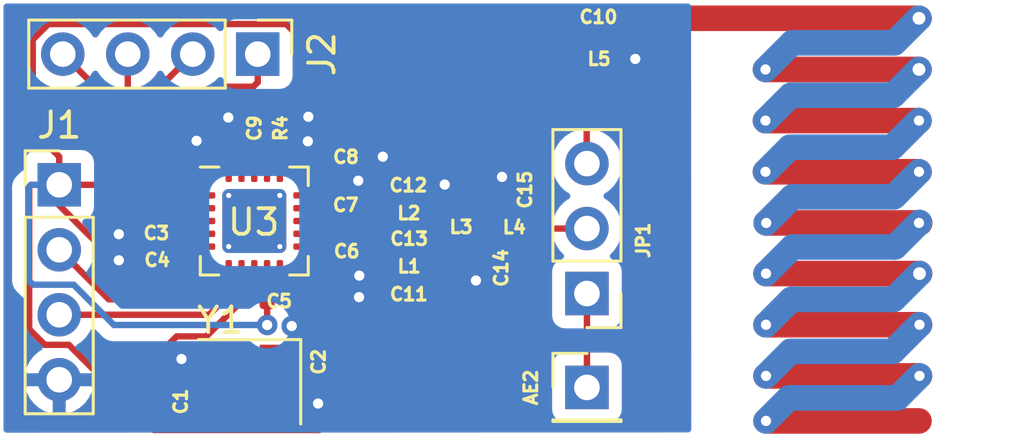
<source format=kicad_pcb>
(kicad_pcb (version 20171130) (host pcbnew "(5.1.5)-3")

  (general
    (thickness 1.6)
    (drawings 5)
    (tracks 276)
    (zones 0)
    (modules 27)
    (nets 21)
  )

  (page A4)
  (layers
    (0 F.Cu signal)
    (31 B.Cu signal)
    (32 B.Adhes user)
    (33 F.Adhes user)
    (34 B.Paste user)
    (35 F.Paste user)
    (36 B.SilkS user)
    (37 F.SilkS user)
    (38 B.Mask user)
    (39 F.Mask user)
    (40 Dwgs.User user)
    (41 Cmts.User user)
    (42 Eco1.User user)
    (43 Eco2.User user)
    (44 Edge.Cuts user)
    (45 Margin user)
    (46 B.CrtYd user)
    (47 F.CrtYd user)
    (48 B.Fab user)
    (49 F.Fab user hide)
  )

  (setup
    (last_trace_width 0.25)
    (trace_clearance 0.2)
    (zone_clearance 0.508)
    (zone_45_only no)
    (trace_min 0.2)
    (via_size 0.8)
    (via_drill 0.4)
    (via_min_size 0.4)
    (via_min_drill 0.3)
    (uvia_size 0.3)
    (uvia_drill 0.1)
    (uvias_allowed no)
    (uvia_min_size 0.2)
    (uvia_min_drill 0.1)
    (edge_width 0.05)
    (segment_width 0.2)
    (pcb_text_width 0.3)
    (pcb_text_size 1.5 1.5)
    (mod_edge_width 0.12)
    (mod_text_size 1 1)
    (mod_text_width 0.15)
    (pad_size 1.7 1.7)
    (pad_drill 1)
    (pad_to_mask_clearance 0.051)
    (solder_mask_min_width 0.25)
    (aux_axis_origin 0 0)
    (visible_elements 7FFFFFFF)
    (pcbplotparams
      (layerselection 0x010fc_ffffffff)
      (usegerberextensions false)
      (usegerberattributes false)
      (usegerberadvancedattributes false)
      (creategerberjobfile false)
      (excludeedgelayer true)
      (linewidth 0.100000)
      (plotframeref false)
      (viasonmask false)
      (mode 1)
      (useauxorigin false)
      (hpglpennumber 1)
      (hpglpenspeed 20)
      (hpglpendiameter 15.000000)
      (psnegative false)
      (psa4output false)
      (plotreference true)
      (plotvalue true)
      (plotinvisibletext false)
      (padsonsilk false)
      (subtractmaskfromsilk false)
      (outputformat 1)
      (mirror false)
      (drillshape 1)
      (scaleselection 1)
      (outputdirectory ""))
  )

  (net 0 "")
  (net 1 "Net-(AE1-Pad1)")
  (net 2 GND)
  (net 3 /Q1)
  (net 4 /Q2)
  (net 5 +3V3)
  (net 6 "Net-(C10-Pad2)")
  (net 7 "Net-(C11-Pad1)")
  (net 8 /RF2)
  (net 9 "Net-(C13-Pad1)")
  (net 10 /RF1)
  (net 11 "Net-(C14-Pad1)")
  (net 12 /CSn)
  (net 13 /GDO0)
  (net 14 /GDO2)
  (net 15 /MISO)
  (net 16 /SCLK)
  (net 17 /MOSI)
  (net 18 "Net-(R4-Pad1)")
  (net 19 "Net-(C15-Pad1)")
  (net 20 "Net-(AE2-Pad1)")

  (net_class Default "This is the default net class."
    (clearance 0.2)
    (trace_width 0.25)
    (via_dia 0.8)
    (via_drill 0.4)
    (uvia_dia 0.3)
    (uvia_drill 0.1)
    (add_net +3V3)
    (add_net /CSn)
    (add_net /GDO0)
    (add_net /GDO2)
    (add_net /MISO)
    (add_net /MOSI)
    (add_net /Q1)
    (add_net /Q2)
    (add_net /RF1)
    (add_net /RF2)
    (add_net /SCLK)
    (add_net GND)
    (add_net "Net-(AE2-Pad1)")
    (add_net "Net-(C10-Pad2)")
    (add_net "Net-(C11-Pad1)")
    (add_net "Net-(C13-Pad1)")
    (add_net "Net-(C14-Pad1)")
    (add_net "Net-(C15-Pad1)")
    (add_net "Net-(R4-Pad1)")
  )

  (net_class helical_antina ""
    (clearance 0.2)
    (trace_width 1)
    (via_dia 0.8)
    (via_drill 0.5)
    (uvia_dia 0.3)
    (uvia_drill 0.1)
    (add_net "Net-(AE1-Pad1)")
  )

  (module Inductor_SMD:L_0402_1005Metric (layer F.Cu) (tedit 5B301BBE) (tstamp 5FDE0A04)
    (at 155.675 91.1)
    (descr "Inductor SMD 0402 (1005 Metric), square (rectangular) end terminal, IPC_7351 nominal, (Body size source: http://www.tortai-tech.com/upload/download/2011102023233369053.pdf), generated with kicad-footprint-generator")
    (tags inductor)
    (path /5FDE9ACA)
    (attr smd)
    (fp_text reference L5 (at 0 0 180) (layer F.SilkS)
      (effects (font (size 0.5 0.5) (thickness 0.125)))
    )
    (fp_text value 0.56uH (at 0 1.17) (layer F.Fab)
      (effects (font (size 1 1) (thickness 0.15)))
    )
    (fp_text user %R (at 0 0) (layer F.Fab)
      (effects (font (size 0.25 0.25) (thickness 0.04)))
    )
    (fp_line (start 0.93 0.47) (end -0.93 0.47) (layer F.CrtYd) (width 0.05))
    (fp_line (start 0.93 -0.47) (end 0.93 0.47) (layer F.CrtYd) (width 0.05))
    (fp_line (start -0.93 -0.47) (end 0.93 -0.47) (layer F.CrtYd) (width 0.05))
    (fp_line (start -0.93 0.47) (end -0.93 -0.47) (layer F.CrtYd) (width 0.05))
    (fp_line (start 0.5 0.25) (end -0.5 0.25) (layer F.Fab) (width 0.1))
    (fp_line (start 0.5 -0.25) (end 0.5 0.25) (layer F.Fab) (width 0.1))
    (fp_line (start -0.5 -0.25) (end 0.5 -0.25) (layer F.Fab) (width 0.1))
    (fp_line (start -0.5 0.25) (end -0.5 -0.25) (layer F.Fab) (width 0.1))
    (pad 2 smd roundrect (at 0.485 0) (size 0.59 0.64) (layers F.Cu F.Paste F.Mask) (roundrect_rratio 0.25)
      (net 2 GND))
    (pad 1 smd roundrect (at -0.485 0) (size 0.59 0.64) (layers F.Cu F.Paste F.Mask) (roundrect_rratio 0.25)
      (net 6 "Net-(C10-Pad2)"))
    (model ${KISYS3DMOD}/Inductor_SMD.3dshapes/L_0402_1005Metric.wrl
      (at (xyz 0 0 0))
      (scale (xyz 1 1 1))
      (rotate (xyz 0 0 0))
    )
  )

  (module Capacitor_SMD:C_0402_1005Metric (layer F.Cu) (tedit 5B301BBE) (tstamp 5FD9A84B)
    (at 155.67 89.51 180)
    (descr "Capacitor SMD 0402 (1005 Metric), square (rectangular) end terminal, IPC_7351 nominal, (Body size source: http://www.tortai-tech.com/upload/download/2011102023233369053.pdf), generated with kicad-footprint-generator")
    (tags capacitor)
    (path /5FD8EF03)
    (attr smd)
    (fp_text reference C10 (at 0.02 0.05) (layer F.SilkS)
      (effects (font (size 0.5 0.5) (thickness 0.125)))
    )
    (fp_text value "0.9 pF" (at 0 1.17) (layer F.Fab)
      (effects (font (size 1 1) (thickness 0.15)))
    )
    (fp_text user %R (at 0 0) (layer F.Fab)
      (effects (font (size 0.25 0.25) (thickness 0.04)))
    )
    (fp_line (start 0.93 0.47) (end -0.93 0.47) (layer F.CrtYd) (width 0.05))
    (fp_line (start 0.93 -0.47) (end 0.93 0.47) (layer F.CrtYd) (width 0.05))
    (fp_line (start -0.93 -0.47) (end 0.93 -0.47) (layer F.CrtYd) (width 0.05))
    (fp_line (start -0.93 0.47) (end -0.93 -0.47) (layer F.CrtYd) (width 0.05))
    (fp_line (start 0.5 0.25) (end -0.5 0.25) (layer F.Fab) (width 0.1))
    (fp_line (start 0.5 -0.25) (end 0.5 0.25) (layer F.Fab) (width 0.1))
    (fp_line (start -0.5 -0.25) (end 0.5 -0.25) (layer F.Fab) (width 0.1))
    (fp_line (start -0.5 0.25) (end -0.5 -0.25) (layer F.Fab) (width 0.1))
    (pad 2 smd roundrect (at 0.485 0 180) (size 0.59 0.64) (layers F.Cu F.Paste F.Mask) (roundrect_rratio 0.25)
      (net 6 "Net-(C10-Pad2)"))
    (pad 1 smd roundrect (at -0.485 0 180) (size 0.59 0.64) (layers F.Cu F.Paste F.Mask) (roundrect_rratio 0.25)
      (net 1 "Net-(AE1-Pad1)"))
    (model ${KISYS3DMOD}/Capacitor_SMD.3dshapes/C_0402_1005Metric.wrl
      (at (xyz 0 0 0))
      (scale (xyz 1 1 1))
      (rotate (xyz 0 0 0))
    )
  )

  (module Connector_PinHeader_2.54mm:PinHeader_1x01_P2.54mm_Vertical (layer F.Cu) (tedit 59FED5CC) (tstamp 5FDE28DD)
    (at 155.2 103.94)
    (descr "Through hole straight pin header, 1x01, 2.54mm pitch, single row")
    (tags "Through hole pin header THT 1x01 2.54mm single row")
    (path /5FDF2F0C)
    (fp_text reference AE2 (at -2.19 0 90) (layer F.SilkS)
      (effects (font (size 0.5 0.5) (thickness 0.125)))
    )
    (fp_text value Antenna (at 0 2.33) (layer F.Fab)
      (effects (font (size 1 1) (thickness 0.15)))
    )
    (fp_text user %R (at 0 0 90) (layer F.Fab)
      (effects (font (size 1 1) (thickness 0.15)))
    )
    (fp_line (start 1.8 -1.8) (end -1.8 -1.8) (layer F.CrtYd) (width 0.05))
    (fp_line (start 1.8 1.8) (end 1.8 -1.8) (layer F.CrtYd) (width 0.05))
    (fp_line (start -1.8 1.8) (end 1.8 1.8) (layer F.CrtYd) (width 0.05))
    (fp_line (start -1.8 -1.8) (end -1.8 1.8) (layer F.CrtYd) (width 0.05))
    (fp_line (start -1.33 -1.33) (end 0 -1.33) (layer F.SilkS) (width 0.12))
    (fp_line (start -1.33 0) (end -1.33 -1.33) (layer F.SilkS) (width 0.12))
    (fp_line (start -1.33 1.27) (end 1.33 1.27) (layer F.SilkS) (width 0.12))
    (fp_line (start 1.33 1.27) (end 1.33 1.33) (layer F.SilkS) (width 0.12))
    (fp_line (start -1.33 1.27) (end -1.33 1.33) (layer F.SilkS) (width 0.12))
    (fp_line (start -1.33 1.33) (end 1.33 1.33) (layer F.SilkS) (width 0.12))
    (fp_line (start -1.27 -0.635) (end -0.635 -1.27) (layer F.Fab) (width 0.1))
    (fp_line (start -1.27 1.27) (end -1.27 -0.635) (layer F.Fab) (width 0.1))
    (fp_line (start 1.27 1.27) (end -1.27 1.27) (layer F.Fab) (width 0.1))
    (fp_line (start 1.27 -1.27) (end 1.27 1.27) (layer F.Fab) (width 0.1))
    (fp_line (start -0.635 -1.27) (end 1.27 -1.27) (layer F.Fab) (width 0.1))
    (pad 1 thru_hole rect (at 0 0) (size 1.7 1.7) (drill 1) (layers *.Cu *.Mask)
      (net 20 "Net-(AE2-Pad1)"))
    (model ${KISYS3DMOD}/Connector_PinHeader_2.54mm.3dshapes/PinHeader_1x01_P2.54mm_Vertical.wrl
      (at (xyz 0 0 0))
      (scale (xyz 1 1 1))
      (rotate (xyz 0 0 0))
    )
  )

  (module Connector_PinHeader_2.54mm:PinHeader_1x04_P2.54mm_Vertical (layer F.Cu) (tedit 59FED5CC) (tstamp 5FDE096E)
    (at 142.33 90.91 270)
    (descr "Through hole straight pin header, 1x04, 2.54mm pitch, single row")
    (tags "Through hole pin header THT 1x04 2.54mm single row")
    (path /5FE187BA)
    (fp_text reference J2 (at 0 -2.51 90) (layer F.SilkS)
      (effects (font (size 1 1) (thickness 0.15)))
    )
    (fp_text value Conn_01x04 (at 0 9.95 90) (layer F.Fab)
      (effects (font (size 1 1) (thickness 0.15)))
    )
    (fp_text user %R (at 0 3.81) (layer F.Fab)
      (effects (font (size 1 1) (thickness 0.15)))
    )
    (fp_line (start 1.8 -1.8) (end -1.8 -1.8) (layer F.CrtYd) (width 0.05))
    (fp_line (start 1.8 9.4) (end 1.8 -1.8) (layer F.CrtYd) (width 0.05))
    (fp_line (start -1.8 9.4) (end 1.8 9.4) (layer F.CrtYd) (width 0.05))
    (fp_line (start -1.8 -1.8) (end -1.8 9.4) (layer F.CrtYd) (width 0.05))
    (fp_line (start -1.33 -1.33) (end 0 -1.33) (layer F.SilkS) (width 0.12))
    (fp_line (start -1.33 0) (end -1.33 -1.33) (layer F.SilkS) (width 0.12))
    (fp_line (start -1.33 1.27) (end 1.33 1.27) (layer F.SilkS) (width 0.12))
    (fp_line (start 1.33 1.27) (end 1.33 8.95) (layer F.SilkS) (width 0.12))
    (fp_line (start -1.33 1.27) (end -1.33 8.95) (layer F.SilkS) (width 0.12))
    (fp_line (start -1.33 8.95) (end 1.33 8.95) (layer F.SilkS) (width 0.12))
    (fp_line (start -1.27 -0.635) (end -0.635 -1.27) (layer F.Fab) (width 0.1))
    (fp_line (start -1.27 8.89) (end -1.27 -0.635) (layer F.Fab) (width 0.1))
    (fp_line (start 1.27 8.89) (end -1.27 8.89) (layer F.Fab) (width 0.1))
    (fp_line (start 1.27 -1.27) (end 1.27 8.89) (layer F.Fab) (width 0.1))
    (fp_line (start -0.635 -1.27) (end 1.27 -1.27) (layer F.Fab) (width 0.1))
    (pad 4 thru_hole oval (at 0 7.62 270) (size 1.7 1.7) (drill 1) (layers *.Cu *.Mask)
      (net 14 /GDO2))
    (pad 3 thru_hole oval (at 0 5.08 270) (size 1.7 1.7) (drill 1) (layers *.Cu *.Mask)
      (net 15 /MISO))
    (pad 2 thru_hole oval (at 0 2.54 270) (size 1.7 1.7) (drill 1) (layers *.Cu *.Mask)
      (net 16 /SCLK))
    (pad 1 thru_hole rect (at 0 0 270) (size 1.7 1.7) (drill 1) (layers *.Cu *.Mask)
      (net 17 /MOSI))
    (model ${KISYS3DMOD}/Connector_PinHeader_2.54mm.3dshapes/PinHeader_1x04_P2.54mm_Vertical.wrl
      (at (xyz 0 0 0))
      (scale (xyz 1 1 1))
      (rotate (xyz 0 0 0))
    )
  )

  (module Connector_PinHeader_2.54mm:PinHeader_1x03_P2.54mm_Vertical (layer F.Cu) (tedit 5FDDDF70) (tstamp 5FE1852F)
    (at 155.2 100.27 180)
    (descr "Through hole straight pin header, 1x03, 2.54mm pitch, single row")
    (tags "Through hole pin header THT 1x03 2.54mm single row")
    (path /5FDDD4C1)
    (fp_text reference JP1 (at -2.2 2.08 90) (layer F.SilkS)
      (effects (font (size 0.5 0.5) (thickness 0.125)))
    )
    (fp_text value Jumper_3_Open (at 0 7.41) (layer F.Fab)
      (effects (font (size 1 1) (thickness 0.15)))
    )
    (fp_text user %R (at 0 2.54 90) (layer F.Fab)
      (effects (font (size 1 1) (thickness 0.15)))
    )
    (fp_line (start 1.8 -1.8) (end -1.8 -1.8) (layer F.CrtYd) (width 0.05))
    (fp_line (start 1.8 6.85) (end 1.8 -1.8) (layer F.CrtYd) (width 0.05))
    (fp_line (start -1.8 6.85) (end 1.8 6.85) (layer F.CrtYd) (width 0.05))
    (fp_line (start -1.8 -1.8) (end -1.8 6.85) (layer F.CrtYd) (width 0.05))
    (fp_line (start -1.33 -1.33) (end 0 -1.33) (layer F.SilkS) (width 0.12))
    (fp_line (start -1.33 0) (end -1.33 -1.33) (layer F.SilkS) (width 0.12))
    (fp_line (start -1.33 1.27) (end 1.33 1.27) (layer F.SilkS) (width 0.12))
    (fp_line (start 1.33 1.27) (end 1.33 6.41) (layer F.SilkS) (width 0.12))
    (fp_line (start -1.33 1.27) (end -1.33 6.41) (layer F.SilkS) (width 0.12))
    (fp_line (start -1.33 6.41) (end 1.33 6.41) (layer F.SilkS) (width 0.12))
    (fp_line (start -1.27 -0.635) (end -0.635 -1.27) (layer F.Fab) (width 0.1))
    (fp_line (start -1.27 6.35) (end -1.27 -0.635) (layer F.Fab) (width 0.1))
    (fp_line (start 1.27 6.35) (end -1.27 6.35) (layer F.Fab) (width 0.1))
    (fp_line (start 1.27 -1.27) (end 1.27 6.35) (layer F.Fab) (width 0.1))
    (fp_line (start -0.635 -1.27) (end 1.27 -1.27) (layer F.Fab) (width 0.1))
    (pad 3 thru_hole oval (at 0 5.08 180) (size 1.7 1.7) (drill 1) (layers *.Cu *.Mask)
      (net 6 "Net-(C10-Pad2)"))
    (pad 2 thru_hole oval (at 0 2.54 180) (size 1.7 1.7) (drill 1) (layers *.Cu *.Mask)
      (net 19 "Net-(C15-Pad1)"))
    (pad 1 thru_hole rect (at 0 0 180) (size 1.7 1.7) (drill 1) (layers *.Cu *.Mask)
      (net 20 "Net-(AE2-Pad1)"))
    (model ${KISYS3DMOD}/Connector_PinHeader_2.54mm.3dshapes/PinHeader_1x03_P2.54mm_Vertical.wrl
      (at (xyz 0 0 0))
      (scale (xyz 1 1 1))
      (rotate (xyz 0 0 0))
    )
  )

  (module Connector_PinHeader_2.54mm:PinHeader_1x04_P2.54mm_Vertical (layer F.Cu) (tedit 59FED5CC) (tstamp 5FDD98B7)
    (at 134.57 96.02)
    (descr "Through hole straight pin header, 1x04, 2.54mm pitch, single row")
    (tags "Through hole pin header THT 1x04 2.54mm single row")
    (path /5FE16C47)
    (fp_text reference J1 (at 0 -2.33) (layer F.SilkS)
      (effects (font (size 1 1) (thickness 0.15)))
    )
    (fp_text value Conn_01x04 (at 0 9.95) (layer F.Fab)
      (effects (font (size 1 1) (thickness 0.15)))
    )
    (fp_text user %R (at 0 3.81 90) (layer F.Fab)
      (effects (font (size 1 1) (thickness 0.15)))
    )
    (fp_line (start 1.8 -1.8) (end -1.8 -1.8) (layer F.CrtYd) (width 0.05))
    (fp_line (start 1.8 9.4) (end 1.8 -1.8) (layer F.CrtYd) (width 0.05))
    (fp_line (start -1.8 9.4) (end 1.8 9.4) (layer F.CrtYd) (width 0.05))
    (fp_line (start -1.8 -1.8) (end -1.8 9.4) (layer F.CrtYd) (width 0.05))
    (fp_line (start -1.33 -1.33) (end 0 -1.33) (layer F.SilkS) (width 0.12))
    (fp_line (start -1.33 0) (end -1.33 -1.33) (layer F.SilkS) (width 0.12))
    (fp_line (start -1.33 1.27) (end 1.33 1.27) (layer F.SilkS) (width 0.12))
    (fp_line (start 1.33 1.27) (end 1.33 8.95) (layer F.SilkS) (width 0.12))
    (fp_line (start -1.33 1.27) (end -1.33 8.95) (layer F.SilkS) (width 0.12))
    (fp_line (start -1.33 8.95) (end 1.33 8.95) (layer F.SilkS) (width 0.12))
    (fp_line (start -1.27 -0.635) (end -0.635 -1.27) (layer F.Fab) (width 0.1))
    (fp_line (start -1.27 8.89) (end -1.27 -0.635) (layer F.Fab) (width 0.1))
    (fp_line (start 1.27 8.89) (end -1.27 8.89) (layer F.Fab) (width 0.1))
    (fp_line (start 1.27 -1.27) (end 1.27 8.89) (layer F.Fab) (width 0.1))
    (fp_line (start -0.635 -1.27) (end 1.27 -1.27) (layer F.Fab) (width 0.1))
    (pad 4 thru_hole oval (at 0 7.62) (size 1.7 1.7) (drill 1) (layers *.Cu *.Mask)
      (net 2 GND))
    (pad 3 thru_hole oval (at 0 5.08) (size 1.7 1.7) (drill 1) (layers *.Cu *.Mask)
      (net 12 /CSn))
    (pad 2 thru_hole oval (at 0 2.54) (size 1.7 1.7) (drill 1) (layers *.Cu *.Mask)
      (net 13 /GDO0))
    (pad 1 thru_hole rect (at 0 0) (size 1.7 1.7) (drill 1) (layers *.Cu *.Mask)
      (net 5 +3V3))
    (model ${KISYS3DMOD}/Connector_PinHeader_2.54mm.3dshapes/PinHeader_1x04_P2.54mm_Vertical.wrl
      (at (xyz 0 0 0))
      (scale (xyz 1 1 1))
      (rotate (xyz 0 0 0))
    )
  )

  (module Crystal:Crystal_SMD_3225-4Pin_3.2x2.5mm (layer F.Cu) (tedit 5A0FD1B2) (tstamp 5FDE2B77)
    (at 142.01 103.72 180)
    (descr "SMD Crystal SERIES SMD3225/4 http://www.txccrystal.com/images/pdf/7m-accuracy.pdf, 3.2x2.5mm^2 package")
    (tags "SMD SMT crystal")
    (path /5FD6EE36)
    (attr smd)
    (fp_text reference Y1 (at 1.14 2.4) (layer F.SilkS)
      (effects (font (size 1 1) (thickness 0.15)))
    )
    (fp_text value 26MHz (at 0 2.45) (layer F.Fab)
      (effects (font (size 1 1) (thickness 0.15)))
    )
    (fp_line (start 2.1 -1.7) (end -2.1 -1.7) (layer F.CrtYd) (width 0.05))
    (fp_line (start 2.1 1.7) (end 2.1 -1.7) (layer F.CrtYd) (width 0.05))
    (fp_line (start -2.1 1.7) (end 2.1 1.7) (layer F.CrtYd) (width 0.05))
    (fp_line (start -2.1 -1.7) (end -2.1 1.7) (layer F.CrtYd) (width 0.05))
    (fp_line (start -2 1.65) (end 2 1.65) (layer F.SilkS) (width 0.12))
    (fp_line (start -2 -1.65) (end -2 1.65) (layer F.SilkS) (width 0.12))
    (fp_line (start -1.6 0.25) (end -0.6 1.25) (layer F.Fab) (width 0.1))
    (fp_line (start 1.6 -1.25) (end -1.6 -1.25) (layer F.Fab) (width 0.1))
    (fp_line (start 1.6 1.25) (end 1.6 -1.25) (layer F.Fab) (width 0.1))
    (fp_line (start -1.6 1.25) (end 1.6 1.25) (layer F.Fab) (width 0.1))
    (fp_line (start -1.6 -1.25) (end -1.6 1.25) (layer F.Fab) (width 0.1))
    (fp_text user %R (at 0 0) (layer F.Fab)
      (effects (font (size 0.7 0.7) (thickness 0.105)))
    )
    (pad 4 smd rect (at -1.1 -0.85 180) (size 1.4 1.2) (layers F.Cu F.Paste F.Mask)
      (net 2 GND))
    (pad 3 smd rect (at 1.1 -0.85 180) (size 1.4 1.2) (layers F.Cu F.Paste F.Mask)
      (net 3 /Q1))
    (pad 2 smd rect (at 1.1 0.85 180) (size 1.4 1.2) (layers F.Cu F.Paste F.Mask)
      (net 2 GND))
    (pad 1 smd rect (at -1.1 0.85 180) (size 1.4 1.2) (layers F.Cu F.Paste F.Mask)
      (net 4 /Q2))
    (model ${KISYS3DMOD}/Crystal.3dshapes/Crystal_SMD_3225-4Pin_3.2x2.5mm.wrl
      (at (xyz 0 0 0))
      (scale (xyz 1 1 1))
      (rotate (xyz 0 0 0))
    )
  )

  (module Capacitor_SMD:C_0402_1005Metric (layer F.Cu) (tedit 5B301BBE) (tstamp 5FD99AD4)
    (at 143.18 100.56)
    (descr "Capacitor SMD 0402 (1005 Metric), square (rectangular) end terminal, IPC_7351 nominal, (Body size source: http://www.tortai-tech.com/upload/download/2011102023233369053.pdf), generated with kicad-footprint-generator")
    (tags capacitor)
    (path /5FDF30D3)
    (attr smd)
    (fp_text reference C5 (at -0.01 0.01) (layer F.SilkS)
      (effects (font (size 0.5 0.5) (thickness 0.125)))
    )
    (fp_text value 0.1uF (at 0 1.17) (layer F.Fab)
      (effects (font (size 1 1) (thickness 0.15)))
    )
    (fp_text user %R (at 0 0) (layer F.Fab)
      (effects (font (size 0.25 0.25) (thickness 0.04)))
    )
    (fp_line (start 0.93 0.47) (end -0.93 0.47) (layer F.CrtYd) (width 0.05))
    (fp_line (start 0.93 -0.47) (end 0.93 0.47) (layer F.CrtYd) (width 0.05))
    (fp_line (start -0.93 -0.47) (end 0.93 -0.47) (layer F.CrtYd) (width 0.05))
    (fp_line (start -0.93 0.47) (end -0.93 -0.47) (layer F.CrtYd) (width 0.05))
    (fp_line (start 0.5 0.25) (end -0.5 0.25) (layer F.Fab) (width 0.1))
    (fp_line (start 0.5 -0.25) (end 0.5 0.25) (layer F.Fab) (width 0.1))
    (fp_line (start -0.5 -0.25) (end 0.5 -0.25) (layer F.Fab) (width 0.1))
    (fp_line (start -0.5 0.25) (end -0.5 -0.25) (layer F.Fab) (width 0.1))
    (pad 2 smd roundrect (at 0.485 0) (size 0.59 0.64) (layers F.Cu F.Paste F.Mask) (roundrect_rratio 0.25)
      (net 2 GND))
    (pad 1 smd roundrect (at -0.485 0) (size 0.59 0.64) (layers F.Cu F.Paste F.Mask) (roundrect_rratio 0.25)
      (net 5 +3V3))
    (model ${KISYS3DMOD}/Capacitor_SMD.3dshapes/C_0402_1005Metric.wrl
      (at (xyz 0 0 0))
      (scale (xyz 1 1 1))
      (rotate (xyz 0 0 0))
    )
  )

  (module Capacitor_SMD:C_0402_1005Metric (layer F.Cu) (tedit 5B301BBE) (tstamp 5FDE2B1E)
    (at 139.35 104.5 90)
    (descr "Capacitor SMD 0402 (1005 Metric), square (rectangular) end terminal, IPC_7351 nominal, (Body size source: http://www.tortai-tech.com/upload/download/2011102023233369053.pdf), generated with kicad-footprint-generator")
    (tags capacitor)
    (path /5FE61126)
    (attr smd)
    (fp_text reference C1 (at 0.01 -0.03 90) (layer F.SilkS)
      (effects (font (size 0.5 0.5) (thickness 0.125)))
    )
    (fp_text value 22uF (at 0 1.17 90) (layer F.Fab)
      (effects (font (size 1 1) (thickness 0.15)))
    )
    (fp_text user %R (at 0 0 90) (layer F.Fab)
      (effects (font (size 0.25 0.25) (thickness 0.04)))
    )
    (fp_line (start 0.93 0.47) (end -0.93 0.47) (layer F.CrtYd) (width 0.05))
    (fp_line (start 0.93 -0.47) (end 0.93 0.47) (layer F.CrtYd) (width 0.05))
    (fp_line (start -0.93 -0.47) (end 0.93 -0.47) (layer F.CrtYd) (width 0.05))
    (fp_line (start -0.93 0.47) (end -0.93 -0.47) (layer F.CrtYd) (width 0.05))
    (fp_line (start 0.5 0.25) (end -0.5 0.25) (layer F.Fab) (width 0.1))
    (fp_line (start 0.5 -0.25) (end 0.5 0.25) (layer F.Fab) (width 0.1))
    (fp_line (start -0.5 -0.25) (end 0.5 -0.25) (layer F.Fab) (width 0.1))
    (fp_line (start -0.5 0.25) (end -0.5 -0.25) (layer F.Fab) (width 0.1))
    (pad 2 smd roundrect (at 0.485 0 90) (size 0.59 0.64) (layers F.Cu F.Paste F.Mask) (roundrect_rratio 0.25)
      (net 2 GND))
    (pad 1 smd roundrect (at -0.485 0 90) (size 0.59 0.64) (layers F.Cu F.Paste F.Mask) (roundrect_rratio 0.25)
      (net 3 /Q1))
    (model ${KISYS3DMOD}/Capacitor_SMD.3dshapes/C_0402_1005Metric.wrl
      (at (xyz 0 0 0))
      (scale (xyz 1 1 1))
      (rotate (xyz 0 0 0))
    )
  )

  (module Capacitor_SMD:C_0402_1005Metric (layer F.Cu) (tedit 5B301BBE) (tstamp 5FDE2B48)
    (at 144.69 102.94 270)
    (descr "Capacitor SMD 0402 (1005 Metric), square (rectangular) end terminal, IPC_7351 nominal, (Body size source: http://www.tortai-tech.com/upload/download/2011102023233369053.pdf), generated with kicad-footprint-generator")
    (tags capacitor)
    (path /5FE618EF)
    (attr smd)
    (fp_text reference C2 (at 0 -0.02 90) (layer F.SilkS)
      (effects (font (size 0.5 0.5) (thickness 0.125)))
    )
    (fp_text value 27uF (at 0 1.17 90) (layer F.Fab)
      (effects (font (size 1 1) (thickness 0.15)))
    )
    (fp_line (start -0.5 0.25) (end -0.5 -0.25) (layer F.Fab) (width 0.1))
    (fp_line (start -0.5 -0.25) (end 0.5 -0.25) (layer F.Fab) (width 0.1))
    (fp_line (start 0.5 -0.25) (end 0.5 0.25) (layer F.Fab) (width 0.1))
    (fp_line (start 0.5 0.25) (end -0.5 0.25) (layer F.Fab) (width 0.1))
    (fp_line (start -0.93 0.47) (end -0.93 -0.47) (layer F.CrtYd) (width 0.05))
    (fp_line (start -0.93 -0.47) (end 0.93 -0.47) (layer F.CrtYd) (width 0.05))
    (fp_line (start 0.93 -0.47) (end 0.93 0.47) (layer F.CrtYd) (width 0.05))
    (fp_line (start 0.93 0.47) (end -0.93 0.47) (layer F.CrtYd) (width 0.05))
    (fp_text user %R (at 0 0 90) (layer F.Fab)
      (effects (font (size 0.25 0.25) (thickness 0.04)))
    )
    (pad 1 smd roundrect (at -0.485 0 270) (size 0.59 0.64) (layers F.Cu F.Paste F.Mask) (roundrect_rratio 0.25)
      (net 4 /Q2))
    (pad 2 smd roundrect (at 0.485 0 270) (size 0.59 0.64) (layers F.Cu F.Paste F.Mask) (roundrect_rratio 0.25)
      (net 2 GND))
    (model ${KISYS3DMOD}/Capacitor_SMD.3dshapes/C_0402_1005Metric.wrl
      (at (xyz 0 0 0))
      (scale (xyz 1 1 1))
      (rotate (xyz 0 0 0))
    )
  )

  (module Capacitor_SMD:C_0402_1005Metric (layer F.Cu) (tedit 5B301BBE) (tstamp 5FDE0E93)
    (at 138.38 97.94 180)
    (descr "Capacitor SMD 0402 (1005 Metric), square (rectangular) end terminal, IPC_7351 nominal, (Body size source: http://www.tortai-tech.com/upload/download/2011102023233369053.pdf), generated with kicad-footprint-generator")
    (tags capacitor)
    (path /5FDF30A9)
    (attr smd)
    (fp_text reference C3 (at 0.01 0.03) (layer F.SilkS)
      (effects (font (size 0.5 0.5) (thickness 0.125)))
    )
    (fp_text value 0.1uF (at 0 1.17) (layer F.Fab)
      (effects (font (size 1 1) (thickness 0.15)))
    )
    (fp_text user %R (at 0 0) (layer F.Fab)
      (effects (font (size 0.25 0.25) (thickness 0.04)))
    )
    (fp_line (start 0.93 0.47) (end -0.93 0.47) (layer F.CrtYd) (width 0.05))
    (fp_line (start 0.93 -0.47) (end 0.93 0.47) (layer F.CrtYd) (width 0.05))
    (fp_line (start -0.93 -0.47) (end 0.93 -0.47) (layer F.CrtYd) (width 0.05))
    (fp_line (start -0.93 0.47) (end -0.93 -0.47) (layer F.CrtYd) (width 0.05))
    (fp_line (start 0.5 0.25) (end -0.5 0.25) (layer F.Fab) (width 0.1))
    (fp_line (start 0.5 -0.25) (end 0.5 0.25) (layer F.Fab) (width 0.1))
    (fp_line (start -0.5 -0.25) (end 0.5 -0.25) (layer F.Fab) (width 0.1))
    (fp_line (start -0.5 0.25) (end -0.5 -0.25) (layer F.Fab) (width 0.1))
    (pad 2 smd roundrect (at 0.485 0 180) (size 0.59 0.64) (layers F.Cu F.Paste F.Mask) (roundrect_rratio 0.25)
      (net 2 GND))
    (pad 1 smd roundrect (at -0.485 0 180) (size 0.59 0.64) (layers F.Cu F.Paste F.Mask) (roundrect_rratio 0.25)
      (net 5 +3V3))
    (model ${KISYS3DMOD}/Capacitor_SMD.3dshapes/C_0402_1005Metric.wrl
      (at (xyz 0 0 0))
      (scale (xyz 1 1 1))
      (rotate (xyz 0 0 0))
    )
  )

  (module Capacitor_SMD:C_0402_1005Metric (layer F.Cu) (tedit 5B301BBE) (tstamp 5FDE0E69)
    (at 138.39 98.96 180)
    (descr "Capacitor SMD 0402 (1005 Metric), square (rectangular) end terminal, IPC_7351 nominal, (Body size source: http://www.tortai-tech.com/upload/download/2011102023233369053.pdf), generated with kicad-footprint-generator")
    (tags capacitor)
    (path /5FDF30BE)
    (attr smd)
    (fp_text reference C4 (at -0.01 0) (layer F.SilkS)
      (effects (font (size 0.5 0.5) (thickness 0.125)))
    )
    (fp_text value 0.1uF (at 0 1.17) (layer F.Fab)
      (effects (font (size 1 1) (thickness 0.15)))
    )
    (fp_line (start -0.5 0.25) (end -0.5 -0.25) (layer F.Fab) (width 0.1))
    (fp_line (start -0.5 -0.25) (end 0.5 -0.25) (layer F.Fab) (width 0.1))
    (fp_line (start 0.5 -0.25) (end 0.5 0.25) (layer F.Fab) (width 0.1))
    (fp_line (start 0.5 0.25) (end -0.5 0.25) (layer F.Fab) (width 0.1))
    (fp_line (start -0.93 0.47) (end -0.93 -0.47) (layer F.CrtYd) (width 0.05))
    (fp_line (start -0.93 -0.47) (end 0.93 -0.47) (layer F.CrtYd) (width 0.05))
    (fp_line (start 0.93 -0.47) (end 0.93 0.47) (layer F.CrtYd) (width 0.05))
    (fp_line (start 0.93 0.47) (end -0.93 0.47) (layer F.CrtYd) (width 0.05))
    (fp_text user %R (at 0 0) (layer F.Fab)
      (effects (font (size 0.25 0.25) (thickness 0.04)))
    )
    (pad 1 smd roundrect (at -0.485 0 180) (size 0.59 0.64) (layers F.Cu F.Paste F.Mask) (roundrect_rratio 0.25)
      (net 5 +3V3))
    (pad 2 smd roundrect (at 0.485 0 180) (size 0.59 0.64) (layers F.Cu F.Paste F.Mask) (roundrect_rratio 0.25)
      (net 2 GND))
    (model ${KISYS3DMOD}/Capacitor_SMD.3dshapes/C_0402_1005Metric.wrl
      (at (xyz 0 0 0))
      (scale (xyz 1 1 1))
      (rotate (xyz 0 0 0))
    )
  )

  (module Capacitor_SMD:C_0402_1005Metric (layer F.Cu) (tedit 5B301BBE) (tstamp 5FD990C5)
    (at 145.81 98.63)
    (descr "Capacitor SMD 0402 (1005 Metric), square (rectangular) end terminal, IPC_7351 nominal, (Body size source: http://www.tortai-tech.com/upload/download/2011102023233369053.pdf), generated with kicad-footprint-generator")
    (tags capacitor)
    (path /5FDF30E8)
    (attr smd)
    (fp_text reference C6 (at 0 -0.01) (layer F.SilkS)
      (effects (font (size 0.5 0.5) (thickness 0.125)))
    )
    (fp_text value 0.1uF (at 0 1.17) (layer F.Fab)
      (effects (font (size 1 1) (thickness 0.15)))
    )
    (fp_line (start -0.5 0.25) (end -0.5 -0.25) (layer F.Fab) (width 0.1))
    (fp_line (start -0.5 -0.25) (end 0.5 -0.25) (layer F.Fab) (width 0.1))
    (fp_line (start 0.5 -0.25) (end 0.5 0.25) (layer F.Fab) (width 0.1))
    (fp_line (start 0.5 0.25) (end -0.5 0.25) (layer F.Fab) (width 0.1))
    (fp_line (start -0.93 0.47) (end -0.93 -0.47) (layer F.CrtYd) (width 0.05))
    (fp_line (start -0.93 -0.47) (end 0.93 -0.47) (layer F.CrtYd) (width 0.05))
    (fp_line (start 0.93 -0.47) (end 0.93 0.47) (layer F.CrtYd) (width 0.05))
    (fp_line (start 0.93 0.47) (end -0.93 0.47) (layer F.CrtYd) (width 0.05))
    (fp_text user %R (at 0 0) (layer F.Fab)
      (effects (font (size 0.25 0.25) (thickness 0.04)))
    )
    (pad 1 smd roundrect (at -0.485 0) (size 0.59 0.64) (layers F.Cu F.Paste F.Mask) (roundrect_rratio 0.25)
      (net 5 +3V3))
    (pad 2 smd roundrect (at 0.485 0) (size 0.59 0.64) (layers F.Cu F.Paste F.Mask) (roundrect_rratio 0.25)
      (net 2 GND))
    (model ${KISYS3DMOD}/Capacitor_SMD.3dshapes/C_0402_1005Metric.wrl
      (at (xyz 0 0 0))
      (scale (xyz 1 1 1))
      (rotate (xyz 0 0 0))
    )
  )

  (module Capacitor_SMD:C_0402_1005Metric (layer F.Cu) (tedit 5B301BBE) (tstamp 5FE05110)
    (at 145.78 96.81)
    (descr "Capacitor SMD 0402 (1005 Metric), square (rectangular) end terminal, IPC_7351 nominal, (Body size source: http://www.tortai-tech.com/upload/download/2011102023233369053.pdf), generated with kicad-footprint-generator")
    (tags capacitor)
    (path /5FD4EB93)
    (attr smd)
    (fp_text reference C7 (at -0.01 0) (layer F.SilkS)
      (effects (font (size 0.5 0.5) (thickness 0.125)))
    )
    (fp_text value 0.1uF (at 0 1.17) (layer F.Fab)
      (effects (font (size 1 1) (thickness 0.15)))
    )
    (fp_line (start -0.5 0.25) (end -0.5 -0.25) (layer F.Fab) (width 0.1))
    (fp_line (start -0.5 -0.25) (end 0.5 -0.25) (layer F.Fab) (width 0.1))
    (fp_line (start 0.5 -0.25) (end 0.5 0.25) (layer F.Fab) (width 0.1))
    (fp_line (start 0.5 0.25) (end -0.5 0.25) (layer F.Fab) (width 0.1))
    (fp_line (start -0.93 0.47) (end -0.93 -0.47) (layer F.CrtYd) (width 0.05))
    (fp_line (start -0.93 -0.47) (end 0.93 -0.47) (layer F.CrtYd) (width 0.05))
    (fp_line (start 0.93 -0.47) (end 0.93 0.47) (layer F.CrtYd) (width 0.05))
    (fp_line (start 0.93 0.47) (end -0.93 0.47) (layer F.CrtYd) (width 0.05))
    (fp_text user %R (at 0 0) (layer F.Fab)
      (effects (font (size 0.25 0.25) (thickness 0.04)))
    )
    (pad 1 smd roundrect (at -0.485 0) (size 0.59 0.64) (layers F.Cu F.Paste F.Mask) (roundrect_rratio 0.25)
      (net 5 +3V3))
    (pad 2 smd roundrect (at 0.485 0) (size 0.59 0.64) (layers F.Cu F.Paste F.Mask) (roundrect_rratio 0.25)
      (net 2 GND))
    (model ${KISYS3DMOD}/Capacitor_SMD.3dshapes/C_0402_1005Metric.wrl
      (at (xyz 0 0 0))
      (scale (xyz 1 1 1))
      (rotate (xyz 0 0 0))
    )
  )

  (module Capacitor_SMD:C_0402_1005Metric (layer F.Cu) (tedit 5B301BBE) (tstamp 5FDA30AD)
    (at 145.78 94.92)
    (descr "Capacitor SMD 0402 (1005 Metric), square (rectangular) end terminal, IPC_7351 nominal, (Body size source: http://www.tortai-tech.com/upload/download/2011102023233369053.pdf), generated with kicad-footprint-generator")
    (tags capacitor)
    (path /5FDEC483)
    (attr smd)
    (fp_text reference C8 (at 0 0.01) (layer F.SilkS)
      (effects (font (size 0.5 0.5) (thickness 0.125)))
    )
    (fp_text value 0.1uF (at 0 1.17) (layer F.Fab)
      (effects (font (size 1 1) (thickness 0.15)))
    )
    (fp_text user %R (at 0 0) (layer F.Fab)
      (effects (font (size 0.25 0.25) (thickness 0.04)))
    )
    (fp_line (start 0.93 0.47) (end -0.93 0.47) (layer F.CrtYd) (width 0.05))
    (fp_line (start 0.93 -0.47) (end 0.93 0.47) (layer F.CrtYd) (width 0.05))
    (fp_line (start -0.93 -0.47) (end 0.93 -0.47) (layer F.CrtYd) (width 0.05))
    (fp_line (start -0.93 0.47) (end -0.93 -0.47) (layer F.CrtYd) (width 0.05))
    (fp_line (start 0.5 0.25) (end -0.5 0.25) (layer F.Fab) (width 0.1))
    (fp_line (start 0.5 -0.25) (end 0.5 0.25) (layer F.Fab) (width 0.1))
    (fp_line (start -0.5 -0.25) (end 0.5 -0.25) (layer F.Fab) (width 0.1))
    (fp_line (start -0.5 0.25) (end -0.5 -0.25) (layer F.Fab) (width 0.1))
    (pad 2 smd roundrect (at 0.485 0) (size 0.59 0.64) (layers F.Cu F.Paste F.Mask) (roundrect_rratio 0.25)
      (net 2 GND))
    (pad 1 smd roundrect (at -0.485 0) (size 0.59 0.64) (layers F.Cu F.Paste F.Mask) (roundrect_rratio 0.25)
      (net 5 +3V3))
    (model ${KISYS3DMOD}/Capacitor_SMD.3dshapes/C_0402_1005Metric.wrl
      (at (xyz 0 0 0))
      (scale (xyz 1 1 1))
      (rotate (xyz 0 0 0))
    )
  )

  (module Capacitor_SMD:C_0402_1005Metric (layer F.Cu) (tedit 5B301BBE) (tstamp 5FD990F2)
    (at 142.19 93.81 90)
    (descr "Capacitor SMD 0402 (1005 Metric), square (rectangular) end terminal, IPC_7351 nominal, (Body size source: http://www.tortai-tech.com/upload/download/2011102023233369053.pdf), generated with kicad-footprint-generator")
    (tags capacitor)
    (path /5FDEF618)
    (attr smd)
    (fp_text reference C9 (at 0 0.01 90) (layer F.SilkS)
      (effects (font (size 0.5 0.5) (thickness 0.125)))
    )
    (fp_text value 0.1uF (at 0 1.17 90) (layer F.Fab)
      (effects (font (size 1 1) (thickness 0.15)))
    )
    (fp_line (start -0.5 0.25) (end -0.5 -0.25) (layer F.Fab) (width 0.1))
    (fp_line (start -0.5 -0.25) (end 0.5 -0.25) (layer F.Fab) (width 0.1))
    (fp_line (start 0.5 -0.25) (end 0.5 0.25) (layer F.Fab) (width 0.1))
    (fp_line (start 0.5 0.25) (end -0.5 0.25) (layer F.Fab) (width 0.1))
    (fp_line (start -0.93 0.47) (end -0.93 -0.47) (layer F.CrtYd) (width 0.05))
    (fp_line (start -0.93 -0.47) (end 0.93 -0.47) (layer F.CrtYd) (width 0.05))
    (fp_line (start 0.93 -0.47) (end 0.93 0.47) (layer F.CrtYd) (width 0.05))
    (fp_line (start 0.93 0.47) (end -0.93 0.47) (layer F.CrtYd) (width 0.05))
    (fp_text user %R (at 0 0 90) (layer F.Fab)
      (effects (font (size 0.25 0.25) (thickness 0.04)))
    )
    (pad 1 smd roundrect (at -0.485 0 90) (size 0.59 0.64) (layers F.Cu F.Paste F.Mask) (roundrect_rratio 0.25)
      (net 5 +3V3))
    (pad 2 smd roundrect (at 0.485 0 90) (size 0.59 0.64) (layers F.Cu F.Paste F.Mask) (roundrect_rratio 0.25)
      (net 2 GND))
    (model ${KISYS3DMOD}/Capacitor_SMD.3dshapes/C_0402_1005Metric.wrl
      (at (xyz 0 0 0))
      (scale (xyz 1 1 1))
      (rotate (xyz 0 0 0))
    )
  )

  (module Capacitor_SMD:C_0402_1005Metric (layer F.Cu) (tedit 5B301BBE) (tstamp 5FD9F5BE)
    (at 148.25 100.28 180)
    (descr "Capacitor SMD 0402 (1005 Metric), square (rectangular) end terminal, IPC_7351 nominal, (Body size source: http://www.tortai-tech.com/upload/download/2011102023233369053.pdf), generated with kicad-footprint-generator")
    (tags capacitor)
    (path /5FEEAD15)
    (attr smd)
    (fp_text reference C11 (at 0.01 -0.02) (layer F.SilkS)
      (effects (font (size 0.5 0.5) (thickness 0.125)))
    )
    (fp_text value 220pF (at 0 1.17) (layer F.Fab)
      (effects (font (size 1 1) (thickness 0.15)))
    )
    (fp_line (start -0.5 0.25) (end -0.5 -0.25) (layer F.Fab) (width 0.1))
    (fp_line (start -0.5 -0.25) (end 0.5 -0.25) (layer F.Fab) (width 0.1))
    (fp_line (start 0.5 -0.25) (end 0.5 0.25) (layer F.Fab) (width 0.1))
    (fp_line (start 0.5 0.25) (end -0.5 0.25) (layer F.Fab) (width 0.1))
    (fp_line (start -0.93 0.47) (end -0.93 -0.47) (layer F.CrtYd) (width 0.05))
    (fp_line (start -0.93 -0.47) (end 0.93 -0.47) (layer F.CrtYd) (width 0.05))
    (fp_line (start 0.93 -0.47) (end 0.93 0.47) (layer F.CrtYd) (width 0.05))
    (fp_line (start 0.93 0.47) (end -0.93 0.47) (layer F.CrtYd) (width 0.05))
    (fp_text user %R (at 0 -0.06) (layer F.Fab)
      (effects (font (size 0.25 0.25) (thickness 0.04)))
    )
    (pad 1 smd roundrect (at -0.485 0 180) (size 0.59 0.64) (layers F.Cu F.Paste F.Mask) (roundrect_rratio 0.25)
      (net 7 "Net-(C11-Pad1)"))
    (pad 2 smd roundrect (at 0.485 0 180) (size 0.59 0.64) (layers F.Cu F.Paste F.Mask) (roundrect_rratio 0.25)
      (net 2 GND))
    (model ${KISYS3DMOD}/Capacitor_SMD.3dshapes/C_0402_1005Metric.wrl
      (at (xyz 0 0 0))
      (scale (xyz 1 1 1))
      (rotate (xyz 0 0 0))
    )
  )

  (module Capacitor_SMD:C_0402_1005Metric (layer F.Cu) (tedit 5B301BBE) (tstamp 5FD9A6BF)
    (at 148.23 96.01 180)
    (descr "Capacitor SMD 0402 (1005 Metric), square (rectangular) end terminal, IPC_7351 nominal, (Body size source: http://www.tortai-tech.com/upload/download/2011102023233369053.pdf), generated with kicad-footprint-generator")
    (tags capacitor)
    (path /5FEABE11)
    (attr smd)
    (fp_text reference C12 (at 0.01 -0.03) (layer F.SilkS)
      (effects (font (size 0.5 0.5) (thickness 0.125)))
    )
    (fp_text value 3.9pF (at 0 1.17) (layer F.Fab)
      (effects (font (size 1 1) (thickness 0.15)))
    )
    (fp_text user %R (at 0 0) (layer F.Fab)
      (effects (font (size 0.25 0.25) (thickness 0.04)))
    )
    (fp_line (start 0.93 0.47) (end -0.93 0.47) (layer F.CrtYd) (width 0.05))
    (fp_line (start 0.93 -0.47) (end 0.93 0.47) (layer F.CrtYd) (width 0.05))
    (fp_line (start -0.93 -0.47) (end 0.93 -0.47) (layer F.CrtYd) (width 0.05))
    (fp_line (start -0.93 0.47) (end -0.93 -0.47) (layer F.CrtYd) (width 0.05))
    (fp_line (start 0.5 0.25) (end -0.5 0.25) (layer F.Fab) (width 0.1))
    (fp_line (start 0.5 -0.25) (end 0.5 0.25) (layer F.Fab) (width 0.1))
    (fp_line (start -0.5 -0.25) (end 0.5 -0.25) (layer F.Fab) (width 0.1))
    (fp_line (start -0.5 0.25) (end -0.5 -0.25) (layer F.Fab) (width 0.1))
    (pad 2 smd roundrect (at 0.485 0 180) (size 0.59 0.64) (layers F.Cu F.Paste F.Mask) (roundrect_rratio 0.25)
      (net 8 /RF2))
    (pad 1 smd roundrect (at -0.485 0 180) (size 0.59 0.64) (layers F.Cu F.Paste F.Mask) (roundrect_rratio 0.25)
      (net 2 GND))
    (model ${KISYS3DMOD}/Capacitor_SMD.3dshapes/C_0402_1005Metric.wrl
      (at (xyz 0 0 0))
      (scale (xyz 1 1 1))
      (rotate (xyz 0 0 0))
    )
  )

  (module Capacitor_SMD:C_0402_1005Metric (layer F.Cu) (tedit 5B301BBE) (tstamp 5FD9A73D)
    (at 148.25 98.18 180)
    (descr "Capacitor SMD 0402 (1005 Metric), square (rectangular) end terminal, IPC_7351 nominal, (Body size source: http://www.tortai-tech.com/upload/download/2011102023233369053.pdf), generated with kicad-footprint-generator")
    (tags capacitor)
    (path /5FEA9577)
    (attr smd)
    (fp_text reference C13 (at 0 0.05) (layer F.SilkS)
      (effects (font (size 0.5 0.5) (thickness 0.125)))
    )
    (fp_text value 3.9pF (at 0 1.17) (layer F.Fab)
      (effects (font (size 1 1) (thickness 0.15)))
    )
    (fp_line (start -0.5 0.25) (end -0.5 -0.25) (layer F.Fab) (width 0.1))
    (fp_line (start -0.5 -0.25) (end 0.5 -0.25) (layer F.Fab) (width 0.1))
    (fp_line (start 0.5 -0.25) (end 0.5 0.25) (layer F.Fab) (width 0.1))
    (fp_line (start 0.5 0.25) (end -0.5 0.25) (layer F.Fab) (width 0.1))
    (fp_line (start -0.93 0.47) (end -0.93 -0.47) (layer F.CrtYd) (width 0.05))
    (fp_line (start -0.93 -0.47) (end 0.93 -0.47) (layer F.CrtYd) (width 0.05))
    (fp_line (start 0.93 -0.47) (end 0.93 0.47) (layer F.CrtYd) (width 0.05))
    (fp_line (start 0.93 0.47) (end -0.93 0.47) (layer F.CrtYd) (width 0.05))
    (fp_text user %R (at 0 0) (layer F.Fab)
      (effects (font (size 0.25 0.25) (thickness 0.04)))
    )
    (pad 1 smd roundrect (at -0.485 0 180) (size 0.59 0.64) (layers F.Cu F.Paste F.Mask) (roundrect_rratio 0.25)
      (net 9 "Net-(C13-Pad1)"))
    (pad 2 smd roundrect (at 0.485 0 180) (size 0.59 0.64) (layers F.Cu F.Paste F.Mask) (roundrect_rratio 0.25)
      (net 10 /RF1))
    (model ${KISYS3DMOD}/Capacitor_SMD.3dshapes/C_0402_1005Metric.wrl
      (at (xyz 0 0 0))
      (scale (xyz 1 1 1))
      (rotate (xyz 0 0 0))
    )
  )

  (module Capacitor_SMD:C_0402_1005Metric (layer F.Cu) (tedit 5B301BBE) (tstamp 5FD9F493)
    (at 151.87 99.27 270)
    (descr "Capacitor SMD 0402 (1005 Metric), square (rectangular) end terminal, IPC_7351 nominal, (Body size source: http://www.tortai-tech.com/upload/download/2011102023233369053.pdf), generated with kicad-footprint-generator")
    (tags capacitor)
    (path /5FEAA680)
    (attr smd)
    (fp_text reference C14 (at 0 0.02 90) (layer F.SilkS)
      (effects (font (size 0.5 0.5) (thickness 0.125)))
    )
    (fp_text value 8.2pF (at 0 1.17 90) (layer F.Fab)
      (effects (font (size 1 1) (thickness 0.15)))
    )
    (fp_line (start -0.5 0.25) (end -0.5 -0.25) (layer F.Fab) (width 0.1))
    (fp_line (start -0.5 -0.25) (end 0.5 -0.25) (layer F.Fab) (width 0.1))
    (fp_line (start 0.5 -0.25) (end 0.5 0.25) (layer F.Fab) (width 0.1))
    (fp_line (start 0.5 0.25) (end -0.5 0.25) (layer F.Fab) (width 0.1))
    (fp_line (start -0.93 0.47) (end -0.93 -0.47) (layer F.CrtYd) (width 0.05))
    (fp_line (start -0.93 -0.47) (end 0.93 -0.47) (layer F.CrtYd) (width 0.05))
    (fp_line (start 0.93 -0.47) (end 0.93 0.47) (layer F.CrtYd) (width 0.05))
    (fp_line (start 0.93 0.47) (end -0.93 0.47) (layer F.CrtYd) (width 0.05))
    (fp_text user %R (at 0 0 90) (layer F.Fab)
      (effects (font (size 0.25 0.25) (thickness 0.04)))
    )
    (pad 1 smd roundrect (at -0.485 0 270) (size 0.59 0.64) (layers F.Cu F.Paste F.Mask) (roundrect_rratio 0.25)
      (net 11 "Net-(C14-Pad1)"))
    (pad 2 smd roundrect (at 0.485 0 270) (size 0.59 0.64) (layers F.Cu F.Paste F.Mask) (roundrect_rratio 0.25)
      (net 2 GND))
    (model ${KISYS3DMOD}/Capacitor_SMD.3dshapes/C_0402_1005Metric.wrl
      (at (xyz 0 0 0))
      (scale (xyz 1 1 1))
      (rotate (xyz 0 0 0))
    )
  )

  (module Capacitor_SMD:C_0402_1005Metric (layer F.Cu) (tedit 5B301BBE) (tstamp 5FD9F552)
    (at 152.8 96.2 90)
    (descr "Capacitor SMD 0402 (1005 Metric), square (rectangular) end terminal, IPC_7351 nominal, (Body size source: http://www.tortai-tech.com/upload/download/2011102023233369053.pdf), generated with kicad-footprint-generator")
    (tags capacitor)
    (path /5FEA780B)
    (attr smd)
    (fp_text reference C15 (at -0.01 -0.02 90) (layer F.SilkS)
      (effects (font (size 0.5 0.5) (thickness 0.125)))
    )
    (fp_text value 56pF (at 0 1.17 90) (layer F.Fab)
      (effects (font (size 1 1) (thickness 0.15)))
    )
    (fp_text user %R (at 0 0 90) (layer F.Fab)
      (effects (font (size 0.25 0.25) (thickness 0.04)))
    )
    (fp_line (start 0.93 0.47) (end -0.93 0.47) (layer F.CrtYd) (width 0.05))
    (fp_line (start 0.93 -0.47) (end 0.93 0.47) (layer F.CrtYd) (width 0.05))
    (fp_line (start -0.93 -0.47) (end 0.93 -0.47) (layer F.CrtYd) (width 0.05))
    (fp_line (start -0.93 0.47) (end -0.93 -0.47) (layer F.CrtYd) (width 0.05))
    (fp_line (start 0.5 0.25) (end -0.5 0.25) (layer F.Fab) (width 0.1))
    (fp_line (start 0.5 -0.25) (end 0.5 0.25) (layer F.Fab) (width 0.1))
    (fp_line (start -0.5 -0.25) (end 0.5 -0.25) (layer F.Fab) (width 0.1))
    (fp_line (start -0.5 0.25) (end -0.5 -0.25) (layer F.Fab) (width 0.1))
    (pad 2 smd roundrect (at 0.485 0 90) (size 0.59 0.64) (layers F.Cu F.Paste F.Mask) (roundrect_rratio 0.25)
      (net 2 GND))
    (pad 1 smd roundrect (at -0.485 0 90) (size 0.59 0.64) (layers F.Cu F.Paste F.Mask) (roundrect_rratio 0.25)
      (net 19 "Net-(C15-Pad1)"))
    (model ${KISYS3DMOD}/Capacitor_SMD.3dshapes/C_0402_1005Metric.wrl
      (at (xyz 0 0 0))
      (scale (xyz 1 1 1))
      (rotate (xyz 0 0 0))
    )
  )

  (module Inductor_SMD:L_0402_1005Metric (layer F.Cu) (tedit 5B301BBE) (tstamp 5FD9A713)
    (at 148.26 99.23 180)
    (descr "Inductor SMD 0402 (1005 Metric), square (rectangular) end terminal, IPC_7351 nominal, (Body size source: http://www.tortai-tech.com/upload/download/2011102023233369053.pdf), generated with kicad-footprint-generator")
    (tags inductor)
    (path /5FEAADD7)
    (attr smd)
    (fp_text reference L1 (at 0.01 0.02) (layer F.SilkS)
      (effects (font (size 0.5 0.5) (thickness 0.125)))
    )
    (fp_text value 0.027uH (at 0 1.17) (layer F.Fab)
      (effects (font (size 1 1) (thickness 0.15)))
    )
    (fp_line (start -0.5 0.25) (end -0.5 -0.25) (layer F.Fab) (width 0.1))
    (fp_line (start -0.5 -0.25) (end 0.5 -0.25) (layer F.Fab) (width 0.1))
    (fp_line (start 0.5 -0.25) (end 0.5 0.25) (layer F.Fab) (width 0.1))
    (fp_line (start 0.5 0.25) (end -0.5 0.25) (layer F.Fab) (width 0.1))
    (fp_line (start -0.93 0.47) (end -0.93 -0.47) (layer F.CrtYd) (width 0.05))
    (fp_line (start -0.93 -0.47) (end 0.93 -0.47) (layer F.CrtYd) (width 0.05))
    (fp_line (start 0.93 -0.47) (end 0.93 0.47) (layer F.CrtYd) (width 0.05))
    (fp_line (start 0.93 0.47) (end -0.93 0.47) (layer F.CrtYd) (width 0.05))
    (fp_text user %R (at 0 0) (layer F.Fab)
      (effects (font (size 0.25 0.25) (thickness 0.04)))
    )
    (pad 1 smd roundrect (at -0.485 0 180) (size 0.59 0.64) (layers F.Cu F.Paste F.Mask) (roundrect_rratio 0.25)
      (net 7 "Net-(C11-Pad1)"))
    (pad 2 smd roundrect (at 0.485 0 180) (size 0.59 0.64) (layers F.Cu F.Paste F.Mask) (roundrect_rratio 0.25)
      (net 10 /RF1))
    (model ${KISYS3DMOD}/Inductor_SMD.3dshapes/L_0402_1005Metric.wrl
      (at (xyz 0 0 0))
      (scale (xyz 1 1 1))
      (rotate (xyz 0 0 0))
    )
  )

  (module Inductor_SMD:L_0402_1005Metric (layer F.Cu) (tedit 5B301BBE) (tstamp 5FD9A6E9)
    (at 148.24 97.12)
    (descr "Inductor SMD 0402 (1005 Metric), square (rectangular) end terminal, IPC_7351 nominal, (Body size source: http://www.tortai-tech.com/upload/download/2011102023233369053.pdf), generated with kicad-footprint-generator")
    (tags inductor)
    (path /5FEA8DDB)
    (attr smd)
    (fp_text reference L2 (at 0 0.01) (layer F.SilkS)
      (effects (font (size 0.5 0.5) (thickness 0.125)))
    )
    (fp_text value 0.027uH (at 0 1.17) (layer F.Fab)
      (effects (font (size 1 1) (thickness 0.15)))
    )
    (fp_line (start -0.5 0.25) (end -0.5 -0.25) (layer F.Fab) (width 0.1))
    (fp_line (start -0.5 -0.25) (end 0.5 -0.25) (layer F.Fab) (width 0.1))
    (fp_line (start 0.5 -0.25) (end 0.5 0.25) (layer F.Fab) (width 0.1))
    (fp_line (start 0.5 0.25) (end -0.5 0.25) (layer F.Fab) (width 0.1))
    (fp_line (start -0.93 0.47) (end -0.93 -0.47) (layer F.CrtYd) (width 0.05))
    (fp_line (start -0.93 -0.47) (end 0.93 -0.47) (layer F.CrtYd) (width 0.05))
    (fp_line (start 0.93 -0.47) (end 0.93 0.47) (layer F.CrtYd) (width 0.05))
    (fp_line (start 0.93 0.47) (end -0.93 0.47) (layer F.CrtYd) (width 0.05))
    (fp_text user %R (at 0 0) (layer F.Fab)
      (effects (font (size 0.25 0.25) (thickness 0.04)))
    )
    (pad 1 smd roundrect (at -0.485 0) (size 0.59 0.64) (layers F.Cu F.Paste F.Mask) (roundrect_rratio 0.25)
      (net 8 /RF2))
    (pad 2 smd roundrect (at 0.485 0) (size 0.59 0.64) (layers F.Cu F.Paste F.Mask) (roundrect_rratio 0.25)
      (net 9 "Net-(C13-Pad1)"))
    (model ${KISYS3DMOD}/Inductor_SMD.3dshapes/L_0402_1005Metric.wrl
      (at (xyz 0 0 0))
      (scale (xyz 1 1 1))
      (rotate (xyz 0 0 0))
    )
  )

  (module Inductor_SMD:L_0402_1005Metric (layer F.Cu) (tedit 5B301BBE) (tstamp 5FD9A695)
    (at 150.3 97.71)
    (descr "Inductor SMD 0402 (1005 Metric), square (rectangular) end terminal, IPC_7351 nominal, (Body size source: http://www.tortai-tech.com/upload/download/2011102023233369053.pdf), generated with kicad-footprint-generator")
    (tags inductor)
    (path /5FEA99FF)
    (attr smd)
    (fp_text reference L3 (at -0.02 -0.04) (layer F.SilkS)
      (effects (font (size 0.5 0.5) (thickness 0.125)))
    )
    (fp_text value 0.022uH (at 0 1.17) (layer F.Fab)
      (effects (font (size 1 1) (thickness 0.15)))
    )
    (fp_text user %R (at 0 0) (layer F.Fab)
      (effects (font (size 0.25 0.25) (thickness 0.04)))
    )
    (fp_line (start 0.93 0.47) (end -0.93 0.47) (layer F.CrtYd) (width 0.05))
    (fp_line (start 0.93 -0.47) (end 0.93 0.47) (layer F.CrtYd) (width 0.05))
    (fp_line (start -0.93 -0.47) (end 0.93 -0.47) (layer F.CrtYd) (width 0.05))
    (fp_line (start -0.93 0.47) (end -0.93 -0.47) (layer F.CrtYd) (width 0.05))
    (fp_line (start 0.5 0.25) (end -0.5 0.25) (layer F.Fab) (width 0.1))
    (fp_line (start 0.5 -0.25) (end 0.5 0.25) (layer F.Fab) (width 0.1))
    (fp_line (start -0.5 -0.25) (end 0.5 -0.25) (layer F.Fab) (width 0.1))
    (fp_line (start -0.5 0.25) (end -0.5 -0.25) (layer F.Fab) (width 0.1))
    (pad 2 smd roundrect (at 0.485 0) (size 0.59 0.64) (layers F.Cu F.Paste F.Mask) (roundrect_rratio 0.25)
      (net 11 "Net-(C14-Pad1)"))
    (pad 1 smd roundrect (at -0.485 0) (size 0.59 0.64) (layers F.Cu F.Paste F.Mask) (roundrect_rratio 0.25)
      (net 9 "Net-(C13-Pad1)"))
    (model ${KISYS3DMOD}/Inductor_SMD.3dshapes/L_0402_1005Metric.wrl
      (at (xyz 0 0 0))
      (scale (xyz 1 1 1))
      (rotate (xyz 0 0 0))
    )
  )

  (module Inductor_SMD:L_0402_1005Metric (layer F.Cu) (tedit 5B301BBE) (tstamp 5FD9A821)
    (at 152.335 97.72)
    (descr "Inductor SMD 0402 (1005 Metric), square (rectangular) end terminal, IPC_7351 nominal, (Body size source: http://www.tortai-tech.com/upload/download/2011102023233369053.pdf), generated with kicad-footprint-generator")
    (tags inductor)
    (path /5FEAA127)
    (attr smd)
    (fp_text reference L4 (at 0.025 -0.04) (layer F.SilkS)
      (effects (font (size 0.5 0.5) (thickness 0.125)))
    )
    (fp_text value 0.027uH (at 0 1.17) (layer F.Fab)
      (effects (font (size 1 1) (thickness 0.15)))
    )
    (fp_text user %R (at 0 0) (layer F.Fab)
      (effects (font (size 0.25 0.25) (thickness 0.04)))
    )
    (fp_line (start 0.93 0.47) (end -0.93 0.47) (layer F.CrtYd) (width 0.05))
    (fp_line (start 0.93 -0.47) (end 0.93 0.47) (layer F.CrtYd) (width 0.05))
    (fp_line (start -0.93 -0.47) (end 0.93 -0.47) (layer F.CrtYd) (width 0.05))
    (fp_line (start -0.93 0.47) (end -0.93 -0.47) (layer F.CrtYd) (width 0.05))
    (fp_line (start 0.5 0.25) (end -0.5 0.25) (layer F.Fab) (width 0.1))
    (fp_line (start 0.5 -0.25) (end 0.5 0.25) (layer F.Fab) (width 0.1))
    (fp_line (start -0.5 -0.25) (end 0.5 -0.25) (layer F.Fab) (width 0.1))
    (fp_line (start -0.5 0.25) (end -0.5 -0.25) (layer F.Fab) (width 0.1))
    (pad 2 smd roundrect (at 0.485 0) (size 0.59 0.64) (layers F.Cu F.Paste F.Mask) (roundrect_rratio 0.25)
      (net 19 "Net-(C15-Pad1)"))
    (pad 1 smd roundrect (at -0.485 0) (size 0.59 0.64) (layers F.Cu F.Paste F.Mask) (roundrect_rratio 0.25)
      (net 11 "Net-(C14-Pad1)"))
    (model ${KISYS3DMOD}/Inductor_SMD.3dshapes/L_0402_1005Metric.wrl
      (at (xyz 0 0 0))
      (scale (xyz 1 1 1))
      (rotate (xyz 0 0 0))
    )
  )

  (module Resistor_SMD:R_0402_1005Metric (layer F.Cu) (tedit 5B301BBD) (tstamp 5FD991B3)
    (at 143.22 93.81 90)
    (descr "Resistor SMD 0402 (1005 Metric), square (rectangular) end terminal, IPC_7351 nominal, (Body size source: http://www.tortai-tech.com/upload/download/2011102023233369053.pdf), generated with kicad-footprint-generator")
    (tags resistor)
    (path /5FDCF03C)
    (attr smd)
    (fp_text reference R4 (at 0 0 90) (layer F.SilkS)
      (effects (font (size 0.5 0.5) (thickness 0.125)))
    )
    (fp_text value 56K (at 0 1.17 90) (layer F.Fab)
      (effects (font (size 1 1) (thickness 0.15)))
    )
    (fp_line (start -0.5 0.25) (end -0.5 -0.25) (layer F.Fab) (width 0.1))
    (fp_line (start -0.5 -0.25) (end 0.5 -0.25) (layer F.Fab) (width 0.1))
    (fp_line (start 0.5 -0.25) (end 0.5 0.25) (layer F.Fab) (width 0.1))
    (fp_line (start 0.5 0.25) (end -0.5 0.25) (layer F.Fab) (width 0.1))
    (fp_line (start -0.93 0.47) (end -0.93 -0.47) (layer F.CrtYd) (width 0.05))
    (fp_line (start -0.93 -0.47) (end 0.93 -0.47) (layer F.CrtYd) (width 0.05))
    (fp_line (start 0.93 -0.47) (end 0.93 0.47) (layer F.CrtYd) (width 0.05))
    (fp_line (start 0.93 0.47) (end -0.93 0.47) (layer F.CrtYd) (width 0.05))
    (fp_text user %R (at -0.005001 -0.005001 90) (layer F.Fab)
      (effects (font (size 0.25 0.25) (thickness 0.04)))
    )
    (pad 1 smd roundrect (at -0.485 0 90) (size 0.59 0.64) (layers F.Cu F.Paste F.Mask) (roundrect_rratio 0.25)
      (net 18 "Net-(R4-Pad1)"))
    (pad 2 smd roundrect (at 0.485 0 90) (size 0.59 0.64) (layers F.Cu F.Paste F.Mask) (roundrect_rratio 0.25)
      (net 2 GND))
    (model ${KISYS3DMOD}/Resistor_SMD.3dshapes/R_0402_1005Metric.wrl
      (at (xyz 0 0 0))
      (scale (xyz 1 1 1))
      (rotate (xyz 0 0 0))
    )
  )

  (module Package_DFN_QFN:QFN-20-1EP_4x4mm_P0.5mm_EP2.5x2.5mm_ThermalVias (layer F.Cu) (tedit 5C1FD453) (tstamp 5FD9F1FD)
    (at 142.195001 97.435001)
    (descr "QFN, 20 Pin (http://ww1.microchip.com/downloads/en/PackagingSpec/00000049BQ.pdf#page=274), generated with kicad-footprint-generator ipc_dfn_qfn_generator.py")
    (tags "QFN DFN_QFN")
    (path /5FCF2921)
    (attr smd)
    (fp_text reference U3 (at -0.025001 0.044999) (layer F.SilkS)
      (effects (font (size 1 1) (thickness 0.15)))
    )
    (fp_text value CC110L (at 0 3.3) (layer F.Fab)
      (effects (font (size 1 1) (thickness 0.15)))
    )
    (fp_line (start 1.385 -2.11) (end 2.11 -2.11) (layer F.SilkS) (width 0.12))
    (fp_line (start 2.11 -2.11) (end 2.11 -1.385) (layer F.SilkS) (width 0.12))
    (fp_line (start -1.385 2.11) (end -2.11 2.11) (layer F.SilkS) (width 0.12))
    (fp_line (start -2.11 2.11) (end -2.11 1.385) (layer F.SilkS) (width 0.12))
    (fp_line (start 1.385 2.11) (end 2.11 2.11) (layer F.SilkS) (width 0.12))
    (fp_line (start 2.11 2.11) (end 2.11 1.385) (layer F.SilkS) (width 0.12))
    (fp_line (start -1.385 -2.11) (end -2.11 -2.11) (layer F.SilkS) (width 0.12))
    (fp_line (start -1 -2) (end 2 -2) (layer F.Fab) (width 0.1))
    (fp_line (start 2 -2) (end 2 2) (layer F.Fab) (width 0.1))
    (fp_line (start 2 2) (end -2 2) (layer F.Fab) (width 0.1))
    (fp_line (start -2 2) (end -2 -1) (layer F.Fab) (width 0.1))
    (fp_line (start -2 -1) (end -1 -2) (layer F.Fab) (width 0.1))
    (fp_line (start -2.6 -2.6) (end -2.6 2.6) (layer F.CrtYd) (width 0.05))
    (fp_line (start -2.6 2.6) (end 2.6 2.6) (layer F.CrtYd) (width 0.05))
    (fp_line (start 2.6 2.6) (end 2.6 -2.6) (layer F.CrtYd) (width 0.05))
    (fp_line (start 2.6 -2.6) (end -2.6 -2.6) (layer F.CrtYd) (width 0.05))
    (fp_text user %R (at 0 0) (layer F.Fab)
      (effects (font (size 1 1) (thickness 0.15)))
    )
    (pad 21 smd roundrect (at 0 0) (size 2.5 2.5) (layers F.Cu F.Mask) (roundrect_rratio 0.1))
    (pad 21 thru_hole circle (at -1 -1) (size 0.5 0.5) (drill 0.2) (layers *.Cu))
    (pad 21 thru_hole circle (at 1 -1) (size 0.5 0.5) (drill 0.2) (layers *.Cu))
    (pad 21 thru_hole circle (at -1 1) (size 0.5 0.5) (drill 0.2) (layers *.Cu))
    (pad 21 thru_hole circle (at 1 1) (size 0.5 0.5) (drill 0.2) (layers *.Cu))
    (pad 21 smd roundrect (at 0 0) (size 2.5 2.5) (layers B.Cu) (roundrect_rratio 0.1))
    (pad "" smd roundrect (at -0.625 -0.625) (size 1.08 1.08) (layers F.Paste) (roundrect_rratio 0.231481))
    (pad "" smd roundrect (at -0.625 0.625) (size 1.08 1.08) (layers F.Paste) (roundrect_rratio 0.231481))
    (pad "" smd roundrect (at 0.625 -0.625) (size 1.08 1.08) (layers F.Paste) (roundrect_rratio 0.231481))
    (pad "" smd roundrect (at 0.625 0.625) (size 1.08 1.08) (layers F.Paste) (roundrect_rratio 0.231481))
    (pad 1 smd roundrect (at -1.9375 -1) (size 0.825 0.25) (layers F.Cu F.Paste F.Mask) (roundrect_rratio 0.25)
      (net 16 /SCLK))
    (pad 2 smd roundrect (at -1.9375 -0.5) (size 0.825 0.25) (layers F.Cu F.Paste F.Mask) (roundrect_rratio 0.25)
      (net 15 /MISO))
    (pad 3 smd roundrect (at -1.9375 0) (size 0.825 0.25) (layers F.Cu F.Paste F.Mask) (roundrect_rratio 0.25)
      (net 14 /GDO2))
    (pad 4 smd roundrect (at -1.9375 0.5) (size 0.825 0.25) (layers F.Cu F.Paste F.Mask) (roundrect_rratio 0.25)
      (net 5 +3V3))
    (pad 5 smd roundrect (at -1.9375 1) (size 0.825 0.25) (layers F.Cu F.Paste F.Mask) (roundrect_rratio 0.25)
      (net 5 +3V3))
    (pad 6 smd roundrect (at -1 1.9375) (size 0.25 0.825) (layers F.Cu F.Paste F.Mask) (roundrect_rratio 0.25)
      (net 13 /GDO0))
    (pad 7 smd roundrect (at -0.5 1.9375) (size 0.25 0.825) (layers F.Cu F.Paste F.Mask) (roundrect_rratio 0.25)
      (net 12 /CSn))
    (pad 8 smd roundrect (at 0 1.9375) (size 0.25 0.825) (layers F.Cu F.Paste F.Mask) (roundrect_rratio 0.25)
      (net 3 /Q1))
    (pad 9 smd roundrect (at 0.5 1.9375) (size 0.25 0.825) (layers F.Cu F.Paste F.Mask) (roundrect_rratio 0.25)
      (net 5 +3V3))
    (pad 10 smd roundrect (at 1 1.9375) (size 0.25 0.825) (layers F.Cu F.Paste F.Mask) (roundrect_rratio 0.25)
      (net 4 /Q2))
    (pad 11 smd roundrect (at 1.9375 1) (size 0.825 0.25) (layers F.Cu F.Paste F.Mask) (roundrect_rratio 0.25)
      (net 5 +3V3))
    (pad 12 smd roundrect (at 1.9375 0.5) (size 0.825 0.25) (layers F.Cu F.Paste F.Mask) (roundrect_rratio 0.25)
      (net 10 /RF1))
    (pad 13 smd roundrect (at 1.9375 0) (size 0.825 0.25) (layers F.Cu F.Paste F.Mask) (roundrect_rratio 0.25)
      (net 8 /RF2))
    (pad 14 smd roundrect (at 1.9375 -0.5) (size 0.825 0.25) (layers F.Cu F.Paste F.Mask) (roundrect_rratio 0.25)
      (net 5 +3V3))
    (pad 15 smd roundrect (at 1.9375 -1) (size 0.825 0.25) (layers F.Cu F.Paste F.Mask) (roundrect_rratio 0.25)
      (net 5 +3V3))
    (pad 16 smd roundrect (at 1 -1.9375) (size 0.25 0.825) (layers F.Cu F.Paste F.Mask) (roundrect_rratio 0.25)
      (net 2 GND))
    (pad 17 smd roundrect (at 0.5 -1.9375) (size 0.25 0.825) (layers F.Cu F.Paste F.Mask) (roundrect_rratio 0.25)
      (net 18 "Net-(R4-Pad1)"))
    (pad 18 smd roundrect (at 0 -1.9375) (size 0.25 0.825) (layers F.Cu F.Paste F.Mask) (roundrect_rratio 0.25)
      (net 5 +3V3))
    (pad 19 smd roundrect (at -0.5 -1.9375) (size 0.25 0.825) (layers F.Cu F.Paste F.Mask) (roundrect_rratio 0.25)
      (net 2 GND))
    (pad 20 smd roundrect (at -1 -1.9375) (size 0.25 0.825) (layers F.Cu F.Paste F.Mask) (roundrect_rratio 0.25)
      (net 17 /MOSI))
    (model ${KISYS3DMOD}/Package_DFN_QFN.3dshapes/QFN-20-1EP_4x4mm_P0.5mm_EP2.5x2.5mm.wrl
      (at (xyz 0 0 0))
      (scale (xyz 1 1 1))
      (rotate (xyz 0 0 0))
    )
  )

  (gr_line (start 159.38 88.83) (end 159.39 105.82) (layer F.CrtYd) (width 0.05))
  (gr_line (start 172.28 105.81) (end 172.28 88.82) (layer F.CrtYd) (width 0.05) (tstamp 5FE183E3))
  (gr_line (start 132.28 88.82) (end 172.28 88.82) (layer F.CrtYd) (width 0.05))
  (gr_line (start 132.28 105.82) (end 172.28 105.81) (layer F.CrtYd) (width 0.05))
  (gr_line (start 132.28 88.82) (end 132.28 105.82) (layer F.CrtYd) (width 0.05))

  (segment (start 142.195001 97.435001) (end 141.195001 98.435001) (width 0.25) (layer B.Cu) (net 0) (status 30))
  (segment (start 142.195001 97.435001) (end 143.195001 98.435001) (width 0.25) (layer B.Cu) (net 0) (status 30))
  (segment (start 142.195001 97.435001) (end 141.195001 96.435001) (width 0.25) (layer B.Cu) (net 0) (status 30))
  (segment (start 142.195001 97.435001) (end 143.195001 96.435001) (width 0.25) (layer B.Cu) (net 0) (status 30))
  (segment (start 142.195001 97.435001) (end 141.195001 96.435001) (width 0.25) (layer F.Cu) (net 0) (status 30))
  (segment (start 142.195001 97.435001) (end 143.195001 96.435001) (width 0.25) (layer F.Cu) (net 0) (status 30))
  (segment (start 142.195001 97.435001) (end 141.195001 98.435001) (width 0.25) (layer F.Cu) (net 0) (status 30))
  (segment (start 142.195001 97.435001) (end 143.195001 98.435001) (width 0.25) (layer F.Cu) (net 0) (status 30))
  (segment (start 168.18001 89.51) (end 156.18001 89.51) (width 1) (layer F.Cu) (net 1))
  (via (at 168.18 89.51) (size 0.8) (drill 0.5) (layers F.Cu B.Cu) (net 1))
  (segment (start 168.18001 89.51) (end 168.18 89.51) (width 1) (layer F.Cu) (net 1))
  (segment (start 162.18 91.51) (end 162.18 91.51) (width 1) (layer F.Cu) (net 1))
  (segment (start 162.18 93.51) (end 162.18 93.51) (width 1) (layer F.Cu) (net 1) (tstamp 5FE1A3D4))
  (segment (start 168.18 91.51) (end 168.18 91.51) (width 1) (layer F.Cu) (net 1) (tstamp 5FE1A3E0))
  (via (at 168.18 91.51) (size 0.8) (drill 0.5) (layers F.Cu B.Cu) (net 1))
  (segment (start 162.18 95.51) (end 162.18 95.51) (width 1) (layer F.Cu) (net 1) (tstamp 5FE1A3E9))
  (segment (start 168.18 93.51) (end 168.18 93.51) (width 1) (layer F.Cu) (net 1) (tstamp 5FE1A400))
  (via (at 168.18 93.51) (size 0.8) (drill 0.4) (layers F.Cu B.Cu) (net 1))
  (segment (start 168.18001 95.51) (end 168.18001 95.51) (width 1) (layer F.Cu) (net 1) (tstamp 5FE1A402))
  (via (at 168.18001 95.51) (size 0.8) (drill 0.4) (layers F.Cu B.Cu) (net 1))
  (segment (start 162.18 95.51) (end 168.18001 95.51) (width 1) (layer F.Cu) (net 1) (tstamp 5FE1A404))
  (via (at 162.18 95.51) (size 0.8) (drill 0.4) (layers F.Cu B.Cu) (net 1))
  (segment (start 162.18 93.51) (end 168.18 93.51) (width 1) (layer F.Cu) (net 1) (tstamp 5FE1A406))
  (via (at 162.18 93.51) (size 0.8) (drill 0.4) (layers F.Cu B.Cu) (net 1))
  (segment (start 162.2 91.51) (end 168.18001 91.51) (width 1) (layer F.Cu) (net 1) (tstamp 5FE1A408))
  (via (at 162.18 91.51) (size 0.8) (drill 0.4) (layers F.Cu B.Cu) (net 1))
  (segment (start 167.14 94.55) (end 168.18 93.51) (width 1) (layer B.Cu) (net 1))
  (segment (start 162.18 95.51) (end 163.14 94.55) (width 1) (layer B.Cu) (net 1))
  (segment (start 163.14 94.55) (end 167.14 94.55) (width 1) (layer B.Cu) (net 1))
  (segment (start 162.18 93.51) (end 163.17 92.52) (width 1) (layer B.Cu) (net 1))
  (segment (start 167.17 92.52) (end 168.18 91.51) (width 1) (layer B.Cu) (net 1))
  (segment (start 163.17 92.52) (end 167.17 92.52) (width 1) (layer B.Cu) (net 1))
  (segment (start 162.18 91.51) (end 163.22 90.47) (width 1) (layer B.Cu) (net 1))
  (segment (start 167.22 90.47) (end 168.18 89.51) (width 1) (layer B.Cu) (net 1))
  (segment (start 163.22 90.47) (end 167.22 90.47) (width 1) (layer B.Cu) (net 1))
  (via (at 168.18 97.51) (size 0.8) (drill 0.4) (layers F.Cu B.Cu) (net 1) (tstamp 5FE1CECB))
  (segment (start 162.2 101.49) (end 162.2 101.49) (width 1) (layer F.Cu) (net 1) (tstamp 5FE1CED3))
  (segment (start 162.2 99.49) (end 162.2 99.49) (width 1) (layer F.Cu) (net 1) (tstamp 5FE1CED4))
  (segment (start 168.2 99.49) (end 168.2 99.49) (width 1) (layer F.Cu) (net 1) (tstamp 5FE1CED5))
  (via (at 162.2 99.49) (size 0.8) (drill 0.4) (layers F.Cu B.Cu) (net 1) (tstamp 5FE1CED7))
  (via (at 168.2 99.49) (size 0.8) (drill 0.5) (layers F.Cu B.Cu) (net 1) (tstamp 5FE1CED9))
  (via (at 162.2 101.49) (size 0.8) (drill 0.4) (layers F.Cu B.Cu) (net 1) (tstamp 5FE1CEDA))
  (via (at 168.2 101.49) (size 0.8) (drill 0.4) (layers F.Cu B.Cu) (net 1) (tstamp 5FE1CEDB))
  (via (at 162.2 103.49) (size 0.8) (drill 0.4) (layers F.Cu B.Cu) (net 1) (tstamp 5FE1CEDC))
  (segment (start 162.2 99.49) (end 168.20001 99.49) (width 1) (layer F.Cu) (net 1) (tstamp 5FE1CEDD))
  (segment (start 162.2 103.49) (end 168.20001 103.49) (width 1) (layer F.Cu) (net 1) (tstamp 5FE1CEDE))
  (segment (start 162.2 101.49) (end 168.2 101.49) (width 1) (layer F.Cu) (net 1) (tstamp 5FE1CEDF))
  (segment (start 168.2 101.49) (end 168.2 101.49) (width 1) (layer F.Cu) (net 1) (tstamp 5FE1CEE0))
  (segment (start 162.2 103.49) (end 162.2 103.49) (width 1) (layer F.Cu) (net 1) (tstamp 5FE1CEE2))
  (segment (start 163.24 98.45) (end 167.24 98.45) (width 1) (layer B.Cu) (net 1) (tstamp 5FE1CEE3))
  (segment (start 167.19 100.5) (end 168.2 99.49) (width 1) (layer B.Cu) (net 1) (tstamp 5FE1CEE4))
  (segment (start 162.2 99.49) (end 163.24 98.45) (width 1) (layer B.Cu) (net 1) (tstamp 5FE1CEE5))
  (segment (start 167.24 98.45) (end 168.2 97.49) (width 1) (layer B.Cu) (net 1) (tstamp 5FE1CEE6))
  (segment (start 162.2 101.49) (end 163.19 100.5) (width 1) (layer B.Cu) (net 1) (tstamp 5FE1CEE7))
  (segment (start 163.19 100.5) (end 167.19 100.5) (width 1) (layer B.Cu) (net 1) (tstamp 5FE1CEE8))
  (segment (start 167.16 102.53) (end 168.2 101.49) (width 1) (layer B.Cu) (net 1) (tstamp 5FE1CEE9))
  (segment (start 162.2 103.49) (end 163.16 102.53) (width 1) (layer B.Cu) (net 1) (tstamp 5FE1CEEA))
  (segment (start 163.16 102.53) (end 167.16 102.53) (width 1) (layer B.Cu) (net 1) (tstamp 5FE1CEEB))
  (segment (start 162.20999 97.51) (end 162.20999 97.51) (width 1) (layer F.Cu) (net 1) (tstamp 5FE1D037))
  (segment (start 162.20999 97.51) (end 168.21 97.51) (width 1) (layer F.Cu) (net 1) (tstamp 5FE1D0AC))
  (via (at 162.20999 97.51) (size 0.8) (drill 0.4) (layers F.Cu B.Cu) (net 1))
  (segment (start 162.20999 97.51) (end 163.22999 96.49) (width 1) (layer B.Cu) (net 1))
  (segment (start 167.20001 96.49) (end 168.18001 95.51) (width 1) (layer B.Cu) (net 1))
  (segment (start 163.22999 96.49) (end 167.20001 96.49) (width 1) (layer B.Cu) (net 1))
  (via (at 168.20001 103.49) (size 0.8) (drill 0.4) (layers F.Cu B.Cu) (net 1))
  (segment (start 162.2 105.25) (end 168.18001 105.25) (width 1) (layer F.Cu) (net 1) (tstamp 5FE1D408) (status 1000000))
  (via (at 162.2 105.25) (size 0.8) (drill 0.4) (layers F.Cu B.Cu) (net 1) (tstamp 5FE1D425) (status 1000000))
  (segment (start 162.2 105.25) (end 163.1 104.35) (width 1) (layer B.Cu) (net 1))
  (segment (start 167.34001 104.35) (end 168.20001 103.49) (width 1) (layer B.Cu) (net 1))
  (segment (start 163.1 104.35) (end 167.34001 104.35) (width 1) (layer B.Cu) (net 1))
  (via (at 146.26 95.86) (size 0.8) (drill 0.4) (layers F.Cu B.Cu) (net 2))
  (via (at 149.64 96.01) (size 0.8) (drill 0.4) (layers F.Cu B.Cu) (net 2))
  (segment (start 151.875 99.75) (end 151.87 99.755) (width 0.25) (layer F.Cu) (net 2) (status 30))
  (via (at 143.66 101.54) (size 0.8) (drill 0.4) (layers F.Cu B.Cu) (net 2) (tstamp 5FDA2C19))
  (via (at 146.3 99.57) (size 0.8) (drill 0.4) (layers F.Cu B.Cu) (net 2) (tstamp 5FDA2EC9))
  (segment (start 146.3 98.635) (end 146.295 98.63) (width 0.25) (layer F.Cu) (net 2) (status 30))
  (via (at 141.18 93.39) (size 0.8) (drill 0.4) (layers F.Cu B.Cu) (net 2) (tstamp 5FDA36F4))
  (segment (start 142.125 93.39) (end 142.19 93.325) (width 0.25) (layer F.Cu) (net 2) (status 30))
  (segment (start 146.295 99.565) (end 146.3 99.57) (width 0.25) (layer F.Cu) (net 2))
  (segment (start 146.295 98.63) (end 146.295 99.565) (width 0.25) (layer F.Cu) (net 2) (status 10))
  (segment (start 151.875 99.76) (end 151.87 99.755) (width 0.25) (layer F.Cu) (net 2) (status 30))
  (segment (start 143.28 104.4) (end 143.11 104.57) (width 0.25) (layer F.Cu) (net 2) (tstamp 5FDE2AF9) (status 30))
  (via (at 144.69 104.57) (size 0.8) (drill 0.4) (layers F.Cu B.Cu) (net 2) (tstamp 5FDE2B9E))
  (segment (start 144.69 104.57) (end 143.11 104.57) (width 0.25) (layer F.Cu) (net 2) (status 20))
  (segment (start 144.69 104.57) (end 144.69 103.425) (width 0.25) (layer F.Cu) (net 2) (status 20))
  (via (at 139.35 102.83) (size 0.8) (drill 0.4) (layers F.Cu B.Cu) (net 2) (tstamp 5FDE2BA1))
  (segment (start 140.87 102.83) (end 140.91 102.87) (width 0.25) (layer F.Cu) (net 2) (status 30))
  (segment (start 139.35 102.83) (end 140.87 102.83) (width 0.25) (layer F.Cu) (net 2) (status 20))
  (segment (start 139.35 102.83) (end 139.35 104.015) (width 0.25) (layer F.Cu) (net 2) (status 20))
  (via (at 139.94 94.3) (size 0.8) (drill 0.4) (layers F.Cu B.Cu) (net 2) (tstamp 5FE03D7B))
  (segment (start 140.339999 94.699999) (end 139.94 94.3) (width 0.25) (layer F.Cu) (net 2))
  (segment (start 141.51501 94.74501) (end 140.38501 94.74501) (width 0.25) (layer F.Cu) (net 2))
  (segment (start 140.38501 94.74501) (end 140.339999 94.699999) (width 0.25) (layer F.Cu) (net 2))
  (segment (start 141.695001 94.925001) (end 141.51501 94.74501) (width 0.25) (layer F.Cu) (net 2))
  (segment (start 141.695001 95.497501) (end 141.695001 94.925001) (width 0.25) (layer F.Cu) (net 2) (status 10))
  (segment (start 149.64 96.01) (end 148.715 96.01) (width 0.25) (layer F.Cu) (net 2) (status 20))
  (via (at 151.88 95.71) (size 0.8) (drill 0.4) (layers F.Cu B.Cu) (net 2) (tstamp 5FE045DC))
  (segment (start 152.795 95.71) (end 152.8 95.715) (width 0.25) (layer F.Cu) (net 2) (status 30))
  (segment (start 151.88 95.71) (end 152.795 95.71) (width 0.25) (layer F.Cu) (net 2) (status 20))
  (via (at 146.29 100.41) (size 0.8) (drill 0.4) (layers F.Cu B.Cu) (net 2) (tstamp 5FE04825))
  (segment (start 146.42 100.28) (end 146.29 100.41) (width 0.25) (layer F.Cu) (net 2))
  (segment (start 147.765 100.28) (end 146.42 100.28) (width 0.25) (layer F.Cu) (net 2) (status 10))
  (segment (start 143.66 100.565) (end 143.665 100.56) (width 0.25) (layer F.Cu) (net 2) (status 30))
  (segment (start 143.66 101.54) (end 143.66 100.565) (width 0.25) (layer F.Cu) (net 2) (status 20))
  (segment (start 146.265 95.865) (end 146.26 95.86) (width 0.25) (layer F.Cu) (net 2))
  (segment (start 146.265 96.81) (end 146.265 95.865) (width 0.25) (layer F.Cu) (net 2) (status 10))
  (via (at 147.22 94.92) (size 0.8) (drill 0.4) (layers F.Cu B.Cu) (net 2) (tstamp 5FE0532B))
  (via (at 150.86 99.76) (size 0.8) (drill 0.4) (layers F.Cu B.Cu) (net 2) (tstamp 5FE05D98))
  (segment (start 151.865 99.76) (end 151.87 99.755) (width 0.25) (layer F.Cu) (net 2) (status 30))
  (segment (start 150.86 99.76) (end 151.865 99.76) (width 0.25) (layer F.Cu) (net 2) (status 20))
  (segment (start 146.265 94.92) (end 147.22 94.92) (width 0.25) (layer F.Cu) (net 2) (status 10))
  (via (at 144.31 93.36) (size 0.8) (drill 0.4) (layers F.Cu B.Cu) (net 2) (tstamp 5FE06235))
  (segment (start 143.255 93.36) (end 143.22 93.325) (width 0.25) (layer F.Cu) (net 2) (status 30))
  (segment (start 144.31 93.36) (end 143.255 93.36) (width 0.25) (layer F.Cu) (net 2) (status 20))
  (segment (start 143.195001 95.497501) (end 143.195001 95.414999) (width 0.25) (layer F.Cu) (net 2) (status 30))
  (via (at 144.29 94.32) (size 0.8) (drill 0.4) (layers F.Cu B.Cu) (net 2))
  (segment (start 143.195001 95.497501) (end 143.812499 95.497501) (width 0.25) (layer F.Cu) (net 2) (status 10))
  (segment (start 144.29 95.02) (end 144.29 94.32) (width 0.25) (layer F.Cu) (net 2))
  (segment (start 143.812499 95.497501) (end 144.29 95.02) (width 0.25) (layer F.Cu) (net 2))
  (segment (start 134.57 103.64) (end 134.39 103.64) (width 0.25) (layer B.Cu) (net 2) (status 30))
  (segment (start 134.57 102.94) (end 134.57 103.64) (width 0.25) (layer B.Cu) (net 2) (status 30))
  (segment (start 141.18 93.39) (end 142.125 93.39) (width 0.25) (layer F.Cu) (net 2) (status 20))
  (segment (start 142.19 93.325) (end 143.22 93.325) (width 0.25) (layer F.Cu) (net 2))
  (via (at 136.9 97.95) (size 0.8) (drill 0.4) (layers F.Cu B.Cu) (net 2))
  (segment (start 137.895 97.94) (end 136.91 97.94) (width 0.25) (layer F.Cu) (net 2))
  (segment (start 136.91 97.94) (end 136.9 97.95) (width 0.25) (layer F.Cu) (net 2))
  (via (at 136.9 98.97) (size 0.8) (drill 0.4) (layers F.Cu B.Cu) (net 2))
  (segment (start 137.905 98.96) (end 136.91 98.96) (width 0.25) (layer F.Cu) (net 2))
  (segment (start 136.91 98.96) (end 136.9 98.97) (width 0.25) (layer F.Cu) (net 2))
  (via (at 157.09 91.1) (size 0.8) (drill 0.4) (layers F.Cu B.Cu) (net 2) (tstamp 5FE19A14))
  (segment (start 157.09 91.1) (end 156.16 91.1) (width 0.25) (layer F.Cu) (net 2))
  (segment (start 140.495 104.985) (end 140.91 104.57) (width 0.25) (layer F.Cu) (net 3) (status 30))
  (segment (start 139.35 104.985) (end 140.495 104.985) (width 0.25) (layer F.Cu) (net 3) (status 30))
  (segment (start 139.03 104.985) (end 139.35 104.985) (width 0.25) (layer F.Cu) (net 3) (status 30))
  (segment (start 138.624999 104.579999) (end 139.03 104.985) (width 0.25) (layer F.Cu) (net 3) (status 20))
  (segment (start 139.161999 101.944999) (end 138.624999 102.481999) (width 0.25) (layer F.Cu) (net 3))
  (segment (start 140.321769 101.944999) (end 139.161999 101.944999) (width 0.25) (layer F.Cu) (net 3))
  (segment (start 142.195001 100.071767) (end 140.321769 101.944999) (width 0.25) (layer F.Cu) (net 3))
  (segment (start 138.624999 102.481999) (end 138.624999 104.579999) (width 0.25) (layer F.Cu) (net 3))
  (segment (start 142.195001 99.372501) (end 142.195001 100.071767) (width 0.25) (layer F.Cu) (net 3) (status 10))
  (segment (start 143.525 102.455) (end 143.11 102.87) (width 0.25) (layer F.Cu) (net 4) (tstamp 5FDE2B08) (status 30))
  (segment (start 144.275 102.87) (end 144.69 102.455) (width 0.25) (layer F.Cu) (net 4) (status 20))
  (segment (start 143.11 102.87) (end 144.275 102.87) (width 0.25) (layer F.Cu) (net 4) (status 10))
  (segment (start 144.69 102.16) (end 144.69 102.455) (width 0.25) (layer F.Cu) (net 4) (status 30))
  (segment (start 143.465733 99.372501) (end 144.69 100.596768) (width 0.25) (layer F.Cu) (net 4))
  (segment (start 144.69 100.596768) (end 144.69 102.16) (width 0.25) (layer F.Cu) (net 4) (status 20))
  (segment (start 143.195001 99.372501) (end 143.465733 99.372501) (width 0.25) (layer F.Cu) (net 4) (status 10))
  (via (at 142.7 101.5) (size 0.8) (drill 0.4) (layers F.Cu B.Cu) (net 5))
  (segment (start 142.195001 94.300001) (end 142.19 94.295) (width 0.25) (layer F.Cu) (net 5) (status 30))
  (segment (start 142.195001 95.497501) (end 142.195001 94.300001) (width 0.25) (layer F.Cu) (net 5) (status 30))
  (segment (start 145.130001 98.435001) (end 145.325 98.63) (width 0.25) (layer F.Cu) (net 5) (status 30))
  (segment (start 144.132501 98.435001) (end 145.130001 98.435001) (width 0.25) (layer F.Cu) (net 5) (status 30))
  (segment (start 142.695001 100.559999) (end 142.695 100.56) (width 0.25) (layer F.Cu) (net 5) (status 30))
  (segment (start 142.695001 99.372501) (end 142.695001 100.559999) (width 0.25) (layer F.Cu) (net 5) (status 30))
  (segment (start 142.185 94.3) (end 142.19 94.295) (width 0.25) (layer F.Cu) (net 5) (status 30))
  (segment (start 142.7 100.565) (end 142.695 100.56) (width 0.25) (layer F.Cu) (net 5) (status 30))
  (segment (start 142.7 101.5) (end 142.7 100.565) (width 0.25) (layer F.Cu) (net 5) (status 20))
  (segment (start 145.169999 96.935001) (end 145.295 96.81) (width 0.25) (layer F.Cu) (net 5) (status 30))
  (segment (start 144.132501 96.935001) (end 145.169999 96.935001) (width 0.25) (layer F.Cu) (net 5) (status 30))
  (segment (start 135.459002 100.25) (end 135.134001 99.924999) (width 0.25) (layer B.Cu) (net 5))
  (segment (start 133.544999 99.924999) (end 133.36 99.74) (width 0.25) (layer B.Cu) (net 5))
  (segment (start 135.134001 99.924999) (end 133.544999 99.924999) (width 0.25) (layer B.Cu) (net 5))
  (segment (start 136.024001 100.814999) (end 135.459002 100.25) (width 0.25) (layer B.Cu) (net 5))
  (segment (start 136.709002 101.5) (end 136.024001 100.814999) (width 0.25) (layer B.Cu) (net 5))
  (segment (start 142.7 101.5) (end 136.709002 101.5) (width 0.25) (layer B.Cu) (net 5))
  (segment (start 133.47 96.02) (end 134.57 96.02) (width 0.25) (layer B.Cu) (net 5))
  (segment (start 133.36 96.13) (end 133.47 96.02) (width 0.25) (layer B.Cu) (net 5))
  (segment (start 133.36 99.74) (end 133.36 96.13) (width 0.25) (layer B.Cu) (net 5))
  (segment (start 133.47 96.02) (end 134.57 96.02) (width 0.25) (layer F.Cu) (net 5))
  (segment (start 133.394999 96.095001) (end 133.47 96.02) (width 0.25) (layer F.Cu) (net 5))
  (segment (start 133.394999 101.664001) (end 133.394999 96.095001) (width 0.25) (layer F.Cu) (net 5))
  (segment (start 138.274012 105.60501) (end 134.944003 102.275001) (width 0.25) (layer F.Cu) (net 5))
  (segment (start 144.727992 105.60501) (end 138.274012 105.60501) (width 0.25) (layer F.Cu) (net 5))
  (segment (start 134.944003 102.275001) (end 134.005999 102.275001) (width 0.25) (layer F.Cu) (net 5))
  (segment (start 145.415001 104.918001) (end 144.727992 105.60501) (width 0.25) (layer F.Cu) (net 5))
  (segment (start 145.415001 99.040001) (end 145.415001 104.918001) (width 0.25) (layer F.Cu) (net 5))
  (segment (start 134.005999 102.275001) (end 133.394999 101.664001) (width 0.25) (layer F.Cu) (net 5))
  (segment (start 145.325 98.95) (end 145.415001 99.040001) (width 0.25) (layer F.Cu) (net 5))
  (segment (start 145.325 98.63) (end 145.325 98.95) (width 0.25) (layer F.Cu) (net 5))
  (segment (start 145.295 96.81) (end 145.295 94.92) (width 0.25) (layer F.Cu) (net 5))
  (segment (start 140.252502 97.94) (end 140.257501 97.935001) (width 0.25) (layer F.Cu) (net 5))
  (segment (start 138.865 97.94) (end 140.252502 97.94) (width 0.25) (layer F.Cu) (net 5))
  (segment (start 139.399999 98.435001) (end 138.875 98.96) (width 0.25) (layer F.Cu) (net 5))
  (segment (start 140.257501 98.435001) (end 139.399999 98.435001) (width 0.25) (layer F.Cu) (net 5))
  (segment (start 138.865 97.62) (end 137.265 96.02) (width 0.25) (layer F.Cu) (net 5))
  (segment (start 135.67 96.02) (end 134.57 96.02) (width 0.25) (layer F.Cu) (net 5))
  (segment (start 137.265 96.02) (end 135.67 96.02) (width 0.25) (layer F.Cu) (net 5))
  (segment (start 138.865 97.94) (end 138.865 97.62) (width 0.25) (layer F.Cu) (net 5))
  (segment (start 138.875 99.28) (end 138.875 98.96) (width 0.25) (layer F.Cu) (net 5))
  (segment (start 138.459999 99.695001) (end 138.875 99.28) (width 0.25) (layer F.Cu) (net 5))
  (segment (start 136.551999 99.695001) (end 138.459999 99.695001) (width 0.25) (layer F.Cu) (net 5))
  (segment (start 136.174999 99.318001) (end 136.551999 99.695001) (width 0.25) (layer F.Cu) (net 5))
  (segment (start 136.174999 98.425997) (end 136.174999 99.318001) (width 0.25) (layer F.Cu) (net 5))
  (segment (start 133.769002 96.02) (end 136.174999 98.425997) (width 0.25) (layer F.Cu) (net 5))
  (segment (start 134.57 96.02) (end 133.769002 96.02) (width 0.25) (layer F.Cu) (net 5))
  (segment (start 141.011998 94.295) (end 141.87 94.295) (width 0.25) (layer F.Cu) (net 5))
  (segment (start 140.454999 93.738001) (end 141.011998 94.295) (width 0.25) (layer F.Cu) (net 5))
  (segment (start 140.454999 93.041999) (end 140.454999 93.738001) (width 0.25) (layer F.Cu) (net 5))
  (segment (start 141.87 94.295) (end 142.19 94.295) (width 0.25) (layer F.Cu) (net 5))
  (segment (start 140.861999 92.634999) (end 140.454999 93.041999) (width 0.25) (layer F.Cu) (net 5))
  (segment (start 144.658001 92.634999) (end 140.861999 92.634999) (width 0.25) (layer F.Cu) (net 5))
  (segment (start 145.295 93.271998) (end 144.658001 92.634999) (width 0.25) (layer F.Cu) (net 5))
  (segment (start 145.295 94.92) (end 145.295 93.271998) (width 0.25) (layer F.Cu) (net 5))
  (segment (start 144.132501 96.082499) (end 145.295 94.92) (width 0.25) (layer F.Cu) (net 5))
  (segment (start 144.132501 96.435001) (end 144.132501 96.082499) (width 0.25) (layer F.Cu) (net 5))
  (segment (start 144.658001 90.952999) (end 144.658001 92.634999) (width 0.25) (layer F.Cu) (net 5))
  (segment (start 143.440001 89.734999) (end 144.658001 90.952999) (width 0.25) (layer F.Cu) (net 5))
  (segment (start 134.145999 89.734999) (end 143.440001 89.734999) (width 0.25) (layer F.Cu) (net 5))
  (segment (start 133.534999 90.345999) (end 134.145999 89.734999) (width 0.25) (layer F.Cu) (net 5))
  (segment (start 133.534999 93.884999) (end 133.534999 90.345999) (width 0.25) (layer F.Cu) (net 5))
  (segment (start 134.57 94.92) (end 133.534999 93.884999) (width 0.25) (layer F.Cu) (net 5))
  (segment (start 134.57 96.02) (end 134.57 94.92) (width 0.25) (layer F.Cu) (net 5))
  (segment (start 155.195 95.185) (end 155.2 95.19) (width 0.25) (layer F.Cu) (net 6))
  (segment (start 155.19 95.18) (end 155.2 95.19) (width 0.25) (layer F.Cu) (net 6))
  (segment (start 155.19 91.1) (end 155.19 95.18) (width 0.25) (layer F.Cu) (net 6))
  (segment (start 155.19 89.515) (end 155.185 89.51) (width 0.25) (layer F.Cu) (net 6))
  (segment (start 155.19 91.1) (end 155.19 89.515) (width 0.25) (layer F.Cu) (net 6))
  (segment (start 148.745 100.27) (end 148.735 100.28) (width 0.25) (layer F.Cu) (net 7) (status 30))
  (segment (start 148.745 99.23) (end 148.745 100.27) (width 0.25) (layer F.Cu) (net 7) (status 30))
  (segment (start 147.755 97.12) (end 147.755 97.165) (width 0.25) (layer F.Cu) (net 8) (status 30))
  (segment (start 147.755 95.87) (end 147.79 95.835) (width 0.25) (layer F.Cu) (net 8) (status 30))
  (segment (start 147.755 96.02) (end 147.745 96.01) (width 0.25) (layer F.Cu) (net 8) (status 30))
  (segment (start 147.755 97.12) (end 147.755 96.02) (width 0.25) (layer F.Cu) (net 8) (status 30))
  (segment (start 144.132501 97.435001) (end 147.404981 97.435001) (width 0.25) (layer F.Cu) (net 8) (status 10))
  (segment (start 147.755 97.12) (end 147.75 97.12) (width 0.25) (layer F.Cu) (net 8) (status 30))
  (segment (start 147.434999 97.435001) (end 147.404981 97.435001) (width 0.25) (layer F.Cu) (net 8))
  (segment (start 147.75 97.12) (end 147.434999 97.435001) (width 0.25) (layer F.Cu) (net 8) (status 10))
  (segment (start 149.225 97.12) (end 149.815 97.71) (width 0.25) (layer F.Cu) (net 9) (status 20))
  (segment (start 148.725 97.12) (end 149.225 97.12) (width 0.25) (layer F.Cu) (net 9) (status 10))
  (segment (start 149.345 98.18) (end 149.815 97.71) (width 0.25) (layer F.Cu) (net 9) (status 20))
  (segment (start 148.735 98.18) (end 149.345 98.18) (width 0.25) (layer F.Cu) (net 9) (status 10))
  (segment (start 147.520001 97.935001) (end 147.765 98.18) (width 0.25) (layer F.Cu) (net 10) (status 30))
  (segment (start 144.132501 97.935001) (end 147.520001 97.935001) (width 0.25) (layer F.Cu) (net 10) (status 30))
  (segment (start 147.765 99.22) (end 147.775 99.23) (width 0.25) (layer F.Cu) (net 10) (status 30))
  (segment (start 147.765 98.18) (end 147.765 99.22) (width 0.25) (layer F.Cu) (net 10) (status 30))
  (segment (start 151.84 97.71) (end 151.85 97.72) (width 0.25) (layer F.Cu) (net 11) (status 30))
  (segment (start 150.785 97.71) (end 151.84 97.71) (width 0.25) (layer F.Cu) (net 11) (status 30))
  (segment (start 151.85 98.765) (end 151.87 98.785) (width 0.25) (layer F.Cu) (net 11) (status 30))
  (segment (start 151.85 97.72) (end 151.85 98.765) (width 0.25) (layer F.Cu) (net 11) (status 30))
  (segment (start 135.772081 101.1) (end 134.57 101.1) (width 0.25) (layer F.Cu) (net 12))
  (segment (start 140.428024 101.1) (end 135.772081 101.1) (width 0.25) (layer F.Cu) (net 12))
  (segment (start 141.695001 99.833023) (end 140.428024 101.1) (width 0.25) (layer F.Cu) (net 12))
  (segment (start 141.695001 99.372501) (end 141.695001 99.833023) (width 0.25) (layer F.Cu) (net 12))
  (segment (start 135.419999 99.409999) (end 134.57 98.56) (width 0.25) (layer F.Cu) (net 13))
  (segment (start 138.878221 100.495011) (end 136.505011 100.495011) (width 0.25) (layer F.Cu) (net 13))
  (segment (start 136.505011 100.495011) (end 135.419999 99.409999) (width 0.25) (layer F.Cu) (net 13))
  (segment (start 140.000731 99.372501) (end 138.878221 100.495011) (width 0.25) (layer F.Cu) (net 13))
  (segment (start 141.195001 99.372501) (end 140.000731 99.372501) (width 0.25) (layer F.Cu) (net 13))
  (segment (start 139.524159 97.435001) (end 136.79999 94.710832) (width 0.25) (layer F.Cu) (net 14))
  (segment (start 140.257501 97.435001) (end 139.524159 97.435001) (width 0.25) (layer F.Cu) (net 14))
  (segment (start 136.79999 92.99999) (end 134.71 90.91) (width 0.25) (layer F.Cu) (net 14))
  (segment (start 136.79999 94.710832) (end 136.79999 92.99999) (width 0.25) (layer F.Cu) (net 14))
  (segment (start 137.25 94.524432) (end 137.25 92.112081) (width 0.25) (layer F.Cu) (net 15))
  (segment (start 139.660569 96.935001) (end 137.25 94.524432) (width 0.25) (layer F.Cu) (net 15))
  (segment (start 137.25 92.112081) (end 137.25 90.91) (width 0.25) (layer F.Cu) (net 15))
  (segment (start 140.257501 96.935001) (end 139.660569 96.935001) (width 0.25) (layer F.Cu) (net 15))
  (segment (start 138.940001 91.759999) (end 139.79 90.91) (width 0.25) (layer F.Cu) (net 16))
  (segment (start 138.764989 91.935011) (end 138.940001 91.759999) (width 0.25) (layer F.Cu) (net 16))
  (segment (start 138.764989 95.403011) (end 138.764989 91.935011) (width 0.25) (layer F.Cu) (net 16))
  (segment (start 139.796979 96.435001) (end 138.764989 95.403011) (width 0.25) (layer F.Cu) (net 16))
  (segment (start 140.257501 96.435001) (end 139.796979 96.435001) (width 0.25) (layer F.Cu) (net 16))
  (segment (start 141.070001 95.497501) (end 141.195001 95.497501) (width 0.25) (layer F.Cu) (net 17))
  (segment (start 140.064499 95.497501) (end 141.070001 95.497501) (width 0.25) (layer F.Cu) (net 17))
  (segment (start 139.214999 94.648001) (end 140.064499 95.497501) (width 0.25) (layer F.Cu) (net 17))
  (segment (start 139.214999 93.645589) (end 139.214999 94.648001) (width 0.25) (layer F.Cu) (net 17))
  (segment (start 140.675598 92.18499) (end 139.214999 93.645589) (width 0.25) (layer F.Cu) (net 17))
  (segment (start 142.155011 92.184989) (end 140.675598 92.18499) (width 0.25) (layer F.Cu) (net 17))
  (segment (start 142.33 92.01) (end 142.155011 92.184989) (width 0.25) (layer F.Cu) (net 17))
  (segment (start 142.33 90.91) (end 142.33 92.01) (width 0.25) (layer F.Cu) (net 17))
  (segment (start 142.695001 94.819999) (end 143.22 94.295) (width 0.25) (layer F.Cu) (net 18) (status 20))
  (segment (start 142.695001 95.497501) (end 142.695001 94.819999) (width 0.25) (layer F.Cu) (net 18) (status 10))
  (segment (start 152.83 97.73) (end 152.82 97.72) (width 0.25) (layer F.Cu) (net 19) (status 30))
  (segment (start 155.2 97.73) (end 152.83 97.73) (width 0.25) (layer F.Cu) (net 19) (status 30))
  (segment (start 152.82 96.705) (end 152.8 96.685) (width 0.25) (layer F.Cu) (net 19) (status 30))
  (segment (start 152.82 97.72) (end 152.82 96.705) (width 0.25) (layer F.Cu) (net 19) (status 30))
  (segment (start 155.2 103.94) (end 155.2 100.27) (width 0.25) (layer F.Cu) (net 20))

  (zone (net 2) (net_name GND) (layer B.Cu) (tstamp 5FE199AB) (hatch edge 0.508)
    (connect_pads (clearance 0.508))
    (min_thickness 0.254)
    (fill yes (arc_segments 32) (thermal_gap 0.508) (thermal_bridge_width 0.508))
    (polygon
      (pts
        (xy 159.28 105.7) (xy 132.39 105.71) (xy 132.39 88.93) (xy 159.27 88.93)
      )
    )
    (filled_polygon
      (pts
        (xy 159.152924 105.573047) (xy 132.517 105.582953) (xy 132.517 103.99689) (xy 133.128524 103.99689) (xy 133.173175 104.144099)
        (xy 133.298359 104.40692) (xy 133.472412 104.640269) (xy 133.688645 104.835178) (xy 133.938748 104.984157) (xy 134.213109 105.081481)
        (xy 134.443 104.960814) (xy 134.443 103.767) (xy 134.697 103.767) (xy 134.697 104.960814) (xy 134.926891 105.081481)
        (xy 135.201252 104.984157) (xy 135.451355 104.835178) (xy 135.667588 104.640269) (xy 135.841641 104.40692) (xy 135.966825 104.144099)
        (xy 136.011476 103.99689) (xy 135.890155 103.767) (xy 134.697 103.767) (xy 134.443 103.767) (xy 133.249845 103.767)
        (xy 133.128524 103.99689) (xy 132.517 103.99689) (xy 132.517 96.13) (xy 132.596324 96.13) (xy 132.600001 96.167332)
        (xy 132.6 99.702677) (xy 132.596324 99.74) (xy 132.6 99.777322) (xy 132.6 99.777332) (xy 132.610997 99.888985)
        (xy 132.641012 99.987932) (xy 132.654454 100.032246) (xy 132.725026 100.164276) (xy 132.764871 100.212826) (xy 132.819999 100.280001)
        (xy 132.849003 100.303804) (xy 132.981195 100.435996) (xy 133.004998 100.465) (xy 133.120723 100.559973) (xy 133.174441 100.588686)
        (xy 133.142068 100.666842) (xy 133.085 100.95374) (xy 133.085 101.24626) (xy 133.142068 101.533158) (xy 133.25401 101.803411)
        (xy 133.416525 102.046632) (xy 133.623368 102.253475) (xy 133.805534 102.375195) (xy 133.688645 102.444822) (xy 133.472412 102.639731)
        (xy 133.298359 102.87308) (xy 133.173175 103.135901) (xy 133.128524 103.28311) (xy 133.249845 103.513) (xy 134.443 103.513)
        (xy 134.443 103.493) (xy 134.697 103.493) (xy 134.697 103.513) (xy 135.890155 103.513) (xy 136.011476 103.28311)
        (xy 135.966825 103.135901) (xy 135.944962 103.09) (xy 153.711928 103.09) (xy 153.711928 104.79) (xy 153.724188 104.914482)
        (xy 153.760498 105.03418) (xy 153.819463 105.144494) (xy 153.898815 105.241185) (xy 153.995506 105.320537) (xy 154.10582 105.379502)
        (xy 154.225518 105.415812) (xy 154.35 105.428072) (xy 156.05 105.428072) (xy 156.174482 105.415812) (xy 156.29418 105.379502)
        (xy 156.404494 105.320537) (xy 156.501185 105.241185) (xy 156.580537 105.144494) (xy 156.639502 105.03418) (xy 156.675812 104.914482)
        (xy 156.688072 104.79) (xy 156.688072 103.09) (xy 156.675812 102.965518) (xy 156.639502 102.84582) (xy 156.580537 102.735506)
        (xy 156.501185 102.638815) (xy 156.404494 102.559463) (xy 156.29418 102.500498) (xy 156.174482 102.464188) (xy 156.05 102.451928)
        (xy 154.35 102.451928) (xy 154.225518 102.464188) (xy 154.10582 102.500498) (xy 153.995506 102.559463) (xy 153.898815 102.638815)
        (xy 153.819463 102.735506) (xy 153.760498 102.84582) (xy 153.724188 102.965518) (xy 153.711928 103.09) (xy 135.944962 103.09)
        (xy 135.841641 102.87308) (xy 135.667588 102.639731) (xy 135.451355 102.444822) (xy 135.334466 102.375195) (xy 135.516632 102.253475)
        (xy 135.723475 102.046632) (xy 135.88599 101.803411) (xy 135.90111 101.766909) (xy 136.145203 102.011002) (xy 136.169001 102.040001)
        (xy 136.284726 102.134974) (xy 136.416755 102.205546) (xy 136.560016 102.249003) (xy 136.671669 102.26) (xy 136.671677 102.26)
        (xy 136.709002 102.263676) (xy 136.746327 102.26) (xy 141.996289 102.26) (xy 142.040226 102.303937) (xy 142.209744 102.417205)
        (xy 142.398102 102.495226) (xy 142.598061 102.535) (xy 142.801939 102.535) (xy 143.001898 102.495226) (xy 143.190256 102.417205)
        (xy 143.359774 102.303937) (xy 143.503937 102.159774) (xy 143.617205 101.990256) (xy 143.695226 101.801898) (xy 143.735 101.601939)
        (xy 143.735 101.398061) (xy 143.695226 101.198102) (xy 143.617205 101.009744) (xy 143.503937 100.840226) (xy 143.359774 100.696063)
        (xy 143.190256 100.582795) (xy 143.001898 100.504774) (xy 142.801939 100.465) (xy 142.598061 100.465) (xy 142.398102 100.504774)
        (xy 142.209744 100.582795) (xy 142.040226 100.696063) (xy 141.996289 100.74) (xy 137.023804 100.74) (xy 136.587804 100.304001)
        (xy 136.5878 100.303996) (xy 135.970004 99.686201) (xy 135.750295 99.466492) (xy 135.78136 99.42) (xy 153.711928 99.42)
        (xy 153.711928 101.12) (xy 153.724188 101.244482) (xy 153.760498 101.36418) (xy 153.819463 101.474494) (xy 153.898815 101.571185)
        (xy 153.995506 101.650537) (xy 154.10582 101.709502) (xy 154.225518 101.745812) (xy 154.35 101.758072) (xy 156.05 101.758072)
        (xy 156.174482 101.745812) (xy 156.29418 101.709502) (xy 156.404494 101.650537) (xy 156.501185 101.571185) (xy 156.580537 101.474494)
        (xy 156.639502 101.36418) (xy 156.675812 101.244482) (xy 156.688072 101.12) (xy 156.688072 99.42) (xy 156.675812 99.295518)
        (xy 156.639502 99.17582) (xy 156.580537 99.065506) (xy 156.501185 98.968815) (xy 156.404494 98.889463) (xy 156.29418 98.830498)
        (xy 156.22162 98.808487) (xy 156.353475 98.676632) (xy 156.51599 98.433411) (xy 156.627932 98.163158) (xy 156.685 97.87626)
        (xy 156.685 97.58374) (xy 156.627932 97.296842) (xy 156.51599 97.026589) (xy 156.353475 96.783368) (xy 156.146632 96.576525)
        (xy 155.97224 96.46) (xy 156.146632 96.343475) (xy 156.353475 96.136632) (xy 156.51599 95.893411) (xy 156.627932 95.623158)
        (xy 156.685 95.33626) (xy 156.685 95.04374) (xy 156.627932 94.756842) (xy 156.51599 94.486589) (xy 156.353475 94.243368)
        (xy 156.146632 94.036525) (xy 155.903411 93.87401) (xy 155.633158 93.762068) (xy 155.34626 93.705) (xy 155.05374 93.705)
        (xy 154.766842 93.762068) (xy 154.496589 93.87401) (xy 154.253368 94.036525) (xy 154.046525 94.243368) (xy 153.88401 94.486589)
        (xy 153.772068 94.756842) (xy 153.715 95.04374) (xy 153.715 95.33626) (xy 153.772068 95.623158) (xy 153.88401 95.893411)
        (xy 154.046525 96.136632) (xy 154.253368 96.343475) (xy 154.42776 96.46) (xy 154.253368 96.576525) (xy 154.046525 96.783368)
        (xy 153.88401 97.026589) (xy 153.772068 97.296842) (xy 153.715 97.58374) (xy 153.715 97.87626) (xy 153.772068 98.163158)
        (xy 153.88401 98.433411) (xy 154.046525 98.676632) (xy 154.17838 98.808487) (xy 154.10582 98.830498) (xy 153.995506 98.889463)
        (xy 153.898815 98.968815) (xy 153.819463 99.065506) (xy 153.760498 99.17582) (xy 153.724188 99.295518) (xy 153.711928 99.42)
        (xy 135.78136 99.42) (xy 135.88599 99.263411) (xy 135.997932 98.993158) (xy 136.055 98.70626) (xy 136.055 98.41374)
        (xy 135.997932 98.126842) (xy 135.88599 97.856589) (xy 135.723475 97.613368) (xy 135.59162 97.481513) (xy 135.66418 97.459502)
        (xy 135.774494 97.400537) (xy 135.871185 97.321185) (xy 135.950537 97.224494) (xy 136.009502 97.11418) (xy 136.045812 96.994482)
        (xy 136.058072 96.87) (xy 136.058072 96.435001) (xy 140.306929 96.435001) (xy 140.306929 98.435001) (xy 140.310001 98.466192)
        (xy 140.310001 98.522166) (xy 140.320921 98.577065) (xy 140.323993 98.608255) (xy 140.333091 98.638247) (xy 140.344011 98.693146)
        (xy 140.365431 98.744858) (xy 140.374529 98.774851) (xy 140.389303 98.802492) (xy 140.410724 98.854206) (xy 140.441823 98.900748)
        (xy 140.456596 98.928387) (xy 140.476478 98.952614) (xy 140.507577 98.999156) (xy 140.547154 99.038733) (xy 140.567039 99.062963)
        (xy 140.591269 99.082848) (xy 140.630846 99.122425) (xy 140.677388 99.153524) (xy 140.701615 99.173406) (xy 140.729254 99.188179)
        (xy 140.775796 99.219278) (xy 140.82751 99.240699) (xy 140.855151 99.255473) (xy 140.885144 99.264571) (xy 140.936856 99.285991)
        (xy 140.991755 99.296911) (xy 141.021747 99.306009) (xy 141.052937 99.309081) (xy 141.107836 99.320001) (xy 141.16381 99.320001)
        (xy 141.195001 99.323073) (xy 143.195001 99.323073) (xy 143.226192 99.320001) (xy 143.282166 99.320001) (xy 143.337065 99.309081)
        (xy 143.368255 99.306009) (xy 143.398247 99.296911) (xy 143.453146 99.285991) (xy 143.504858 99.264571) (xy 143.534851 99.255473)
        (xy 143.562492 99.240699) (xy 143.614206 99.219278) (xy 143.660748 99.188179) (xy 143.688387 99.173406) (xy 143.712614 99.153524)
        (xy 143.759156 99.122425) (xy 143.798733 99.082848) (xy 143.822963 99.062963) (xy 143.842848 99.038733) (xy 143.882425 98.999156)
        (xy 143.913524 98.952614) (xy 143.933406 98.928387) (xy 143.948179 98.900748) (xy 143.979278 98.854206) (xy 144.000699 98.802492)
        (xy 144.015473 98.774851) (xy 144.024571 98.744858) (xy 144.045991 98.693146) (xy 144.056911 98.638247) (xy 144.066009 98.608255)
        (xy 144.069081 98.577065) (xy 144.080001 98.522166) (xy 144.080001 98.466192) (xy 144.083073 98.435001) (xy 144.083073 96.435001)
        (xy 144.080001 96.40381) (xy 144.080001 96.347836) (xy 144.069081 96.292937) (xy 144.066009 96.261747) (xy 144.056911 96.231755)
        (xy 144.045991 96.176856) (xy 144.024571 96.125144) (xy 144.015473 96.095151) (xy 144.000699 96.06751) (xy 143.979278 96.015796)
        (xy 143.948179 95.969254) (xy 143.933406 95.941615) (xy 143.913524 95.917388) (xy 143.882425 95.870846) (xy 143.842848 95.831269)
        (xy 143.822963 95.807039) (xy 143.798733 95.787154) (xy 143.759156 95.747577) (xy 143.712614 95.716478) (xy 143.688387 95.696596)
        (xy 143.660748 95.681823) (xy 143.614206 95.650724) (xy 143.562492 95.629303) (xy 143.534851 95.614529) (xy 143.504858 95.605431)
        (xy 143.453146 95.584011) (xy 143.398247 95.573091) (xy 143.368255 95.563993) (xy 143.337065 95.560921) (xy 143.282166 95.550001)
        (xy 143.226192 95.550001) (xy 143.195001 95.546929) (xy 141.195001 95.546929) (xy 141.16381 95.550001) (xy 141.107836 95.550001)
        (xy 141.052937 95.560921) (xy 141.021747 95.563993) (xy 140.991755 95.573091) (xy 140.936856 95.584011) (xy 140.885144 95.605431)
        (xy 140.855151 95.614529) (xy 140.82751 95.629303) (xy 140.775796 95.650724) (xy 140.729254 95.681823) (xy 140.701615 95.696596)
        (xy 140.677388 95.716478) (xy 140.630846 95.747577) (xy 140.591269 95.787154) (xy 140.567039 95.807039) (xy 140.547154 95.831269)
        (xy 140.507577 95.870846) (xy 140.476478 95.917388) (xy 140.456596 95.941615) (xy 140.441823 95.969254) (xy 140.410724 96.015796)
        (xy 140.389303 96.06751) (xy 140.374529 96.095151) (xy 140.365431 96.125144) (xy 140.344011 96.176856) (xy 140.333091 96.231755)
        (xy 140.323993 96.261747) (xy 140.320921 96.292937) (xy 140.310001 96.347836) (xy 140.310001 96.40381) (xy 140.306929 96.435001)
        (xy 136.058072 96.435001) (xy 136.058072 95.17) (xy 136.045812 95.045518) (xy 136.009502 94.92582) (xy 135.950537 94.815506)
        (xy 135.871185 94.718815) (xy 135.774494 94.639463) (xy 135.66418 94.580498) (xy 135.544482 94.544188) (xy 135.42 94.531928)
        (xy 133.72 94.531928) (xy 133.595518 94.544188) (xy 133.47582 94.580498) (xy 133.365506 94.639463) (xy 133.268815 94.718815)
        (xy 133.189463 94.815506) (xy 133.130498 94.92582) (xy 133.094188 95.045518) (xy 133.081928 95.17) (xy 133.081928 95.365674)
        (xy 133.045724 95.385026) (xy 132.929999 95.479999) (xy 132.906199 95.508999) (xy 132.848996 95.566202) (xy 132.82 95.589999)
        (xy 132.796202 95.618997) (xy 132.796201 95.618998) (xy 132.725026 95.705724) (xy 132.654454 95.837754) (xy 132.610998 95.981015)
        (xy 132.596324 96.13) (xy 132.517 96.13) (xy 132.517 90.76374) (xy 133.225 90.76374) (xy 133.225 91.05626)
        (xy 133.282068 91.343158) (xy 133.39401 91.613411) (xy 133.556525 91.856632) (xy 133.763368 92.063475) (xy 134.006589 92.22599)
        (xy 134.276842 92.337932) (xy 134.56374 92.395) (xy 134.85626 92.395) (xy 135.143158 92.337932) (xy 135.413411 92.22599)
        (xy 135.656632 92.063475) (xy 135.863475 91.856632) (xy 135.98 91.68224) (xy 136.096525 91.856632) (xy 136.303368 92.063475)
        (xy 136.546589 92.22599) (xy 136.816842 92.337932) (xy 137.10374 92.395) (xy 137.39626 92.395) (xy 137.683158 92.337932)
        (xy 137.953411 92.22599) (xy 138.196632 92.063475) (xy 138.403475 91.856632) (xy 138.52 91.68224) (xy 138.636525 91.856632)
        (xy 138.843368 92.063475) (xy 139.086589 92.22599) (xy 139.356842 92.337932) (xy 139.64374 92.395) (xy 139.93626 92.395)
        (xy 140.223158 92.337932) (xy 140.493411 92.22599) (xy 140.736632 92.063475) (xy 140.868487 91.93162) (xy 140.890498 92.00418)
        (xy 140.949463 92.114494) (xy 141.028815 92.211185) (xy 141.125506 92.290537) (xy 141.23582 92.349502) (xy 141.355518 92.385812)
        (xy 141.48 92.398072) (xy 143.18 92.398072) (xy 143.304482 92.385812) (xy 143.42418 92.349502) (xy 143.534494 92.290537)
        (xy 143.631185 92.211185) (xy 143.710537 92.114494) (xy 143.769502 92.00418) (xy 143.805812 91.884482) (xy 143.818072 91.76)
        (xy 143.818072 90.06) (xy 143.805812 89.935518) (xy 143.769502 89.81582) (xy 143.710537 89.705506) (xy 143.631185 89.608815)
        (xy 143.534494 89.529463) (xy 143.42418 89.470498) (xy 143.304482 89.434188) (xy 143.18 89.421928) (xy 141.48 89.421928)
        (xy 141.355518 89.434188) (xy 141.23582 89.470498) (xy 141.125506 89.529463) (xy 141.028815 89.608815) (xy 140.949463 89.705506)
        (xy 140.890498 89.81582) (xy 140.868487 89.88838) (xy 140.736632 89.756525) (xy 140.493411 89.59401) (xy 140.223158 89.482068)
        (xy 139.93626 89.425) (xy 139.64374 89.425) (xy 139.356842 89.482068) (xy 139.086589 89.59401) (xy 138.843368 89.756525)
        (xy 138.636525 89.963368) (xy 138.52 90.13776) (xy 138.403475 89.963368) (xy 138.196632 89.756525) (xy 137.953411 89.59401)
        (xy 137.683158 89.482068) (xy 137.39626 89.425) (xy 137.10374 89.425) (xy 136.816842 89.482068) (xy 136.546589 89.59401)
        (xy 136.303368 89.756525) (xy 136.096525 89.963368) (xy 135.98 90.13776) (xy 135.863475 89.963368) (xy 135.656632 89.756525)
        (xy 135.413411 89.59401) (xy 135.143158 89.482068) (xy 134.85626 89.425) (xy 134.56374 89.425) (xy 134.276842 89.482068)
        (xy 134.006589 89.59401) (xy 133.763368 89.756525) (xy 133.556525 89.963368) (xy 133.39401 90.206589) (xy 133.282068 90.476842)
        (xy 133.225 90.76374) (xy 132.517 90.76374) (xy 132.517 89.057) (xy 159.143076 89.057)
      )
    )
  )
)

</source>
